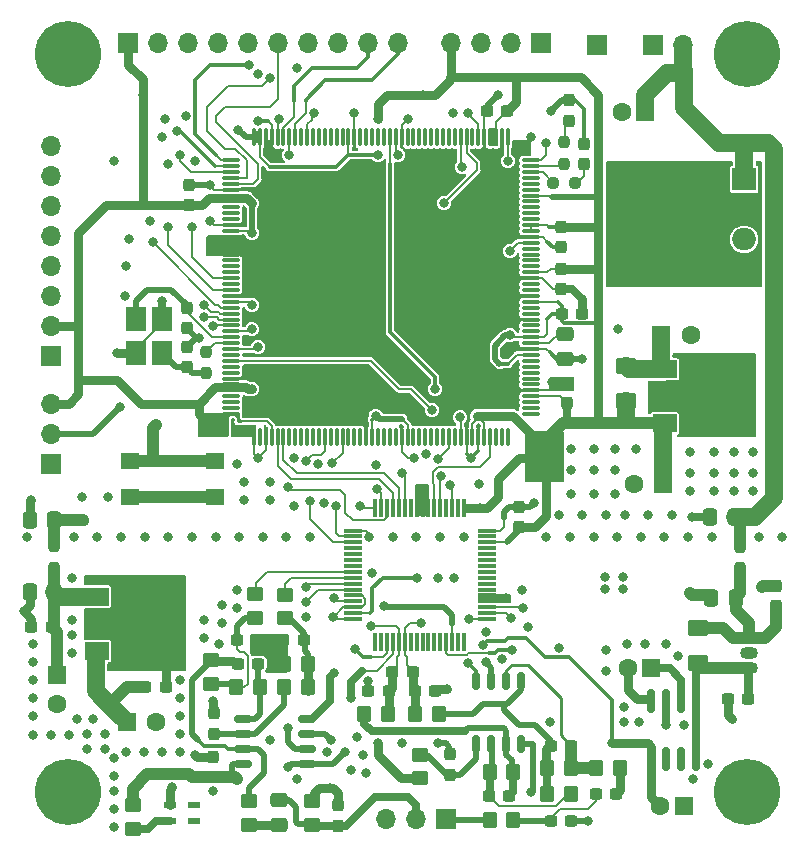
<source format=gtl>
G04 #@! TF.GenerationSoftware,KiCad,Pcbnew,7.0.2*
G04 #@! TF.CreationDate,2023-11-03T22:13:05+01:00*
G04 #@! TF.ProjectId,stm_audio_board_V2,73746d5f-6175-4646-996f-5f626f617264,rev?*
G04 #@! TF.SameCoordinates,Original*
G04 #@! TF.FileFunction,Copper,L1,Top*
G04 #@! TF.FilePolarity,Positive*
%FSLAX46Y46*%
G04 Gerber Fmt 4.6, Leading zero omitted, Abs format (unit mm)*
G04 Created by KiCad (PCBNEW 7.0.2) date 2023-11-03 22:13:05*
%MOMM*%
%LPD*%
G01*
G04 APERTURE LIST*
G04 Aperture macros list*
%AMRoundRect*
0 Rectangle with rounded corners*
0 $1 Rounding radius*
0 $2 $3 $4 $5 $6 $7 $8 $9 X,Y pos of 4 corners*
0 Add a 4 corners polygon primitive as box body*
4,1,4,$2,$3,$4,$5,$6,$7,$8,$9,$2,$3,0*
0 Add four circle primitives for the rounded corners*
1,1,$1+$1,$2,$3*
1,1,$1+$1,$4,$5*
1,1,$1+$1,$6,$7*
1,1,$1+$1,$8,$9*
0 Add four rect primitives between the rounded corners*
20,1,$1+$1,$2,$3,$4,$5,0*
20,1,$1+$1,$4,$5,$6,$7,0*
20,1,$1+$1,$6,$7,$8,$9,0*
20,1,$1+$1,$8,$9,$2,$3,0*%
G04 Aperture macros list end*
G04 #@! TA.AperFunction,SMDPad,CuDef*
%ADD10RoundRect,0.237500X-0.237500X0.250000X-0.237500X-0.250000X0.237500X-0.250000X0.237500X0.250000X0*%
G04 #@! TD*
G04 #@! TA.AperFunction,SMDPad,CuDef*
%ADD11RoundRect,0.237500X0.250000X0.237500X-0.250000X0.237500X-0.250000X-0.237500X0.250000X-0.237500X0*%
G04 #@! TD*
G04 #@! TA.AperFunction,SMDPad,CuDef*
%ADD12RoundRect,0.237500X-0.237500X0.287500X-0.237500X-0.287500X0.237500X-0.287500X0.237500X0.287500X0*%
G04 #@! TD*
G04 #@! TA.AperFunction,SMDPad,CuDef*
%ADD13R,1.725000X2.100000*%
G04 #@! TD*
G04 #@! TA.AperFunction,SMDPad,CuDef*
%ADD14RoundRect,0.237500X0.300000X0.237500X-0.300000X0.237500X-0.300000X-0.237500X0.300000X-0.237500X0*%
G04 #@! TD*
G04 #@! TA.AperFunction,SMDPad,CuDef*
%ADD15RoundRect,0.250000X-0.350000X-0.450000X0.350000X-0.450000X0.350000X0.450000X-0.350000X0.450000X0*%
G04 #@! TD*
G04 #@! TA.AperFunction,SMDPad,CuDef*
%ADD16RoundRect,0.237500X0.237500X-0.300000X0.237500X0.300000X-0.237500X0.300000X-0.237500X-0.300000X0*%
G04 #@! TD*
G04 #@! TA.AperFunction,SMDPad,CuDef*
%ADD17RoundRect,0.237500X-0.237500X0.300000X-0.237500X-0.300000X0.237500X-0.300000X0.237500X0.300000X0*%
G04 #@! TD*
G04 #@! TA.AperFunction,ComponentPad*
%ADD18C,5.600000*%
G04 #@! TD*
G04 #@! TA.AperFunction,ComponentPad*
%ADD19R,2.000000X1.905000*%
G04 #@! TD*
G04 #@! TA.AperFunction,ComponentPad*
%ADD20O,2.000000X1.905000*%
G04 #@! TD*
G04 #@! TA.AperFunction,SMDPad,CuDef*
%ADD21RoundRect,0.250000X0.337500X0.475000X-0.337500X0.475000X-0.337500X-0.475000X0.337500X-0.475000X0*%
G04 #@! TD*
G04 #@! TA.AperFunction,ComponentPad*
%ADD22R,1.500000X1.050000*%
G04 #@! TD*
G04 #@! TA.AperFunction,ComponentPad*
%ADD23O,1.500000X1.050000*%
G04 #@! TD*
G04 #@! TA.AperFunction,SMDPad,CuDef*
%ADD24RoundRect,0.150000X0.625000X0.150000X-0.625000X0.150000X-0.625000X-0.150000X0.625000X-0.150000X0*%
G04 #@! TD*
G04 #@! TA.AperFunction,SMDPad,CuDef*
%ADD25RoundRect,0.150000X-0.150000X0.625000X-0.150000X-0.625000X0.150000X-0.625000X0.150000X0.625000X0*%
G04 #@! TD*
G04 #@! TA.AperFunction,SMDPad,CuDef*
%ADD26RoundRect,0.250001X-0.624999X0.462499X-0.624999X-0.462499X0.624999X-0.462499X0.624999X0.462499X0*%
G04 #@! TD*
G04 #@! TA.AperFunction,SMDPad,CuDef*
%ADD27RoundRect,0.237500X-0.300000X-0.237500X0.300000X-0.237500X0.300000X0.237500X-0.300000X0.237500X0*%
G04 #@! TD*
G04 #@! TA.AperFunction,ComponentPad*
%ADD28R,1.700000X1.700000*%
G04 #@! TD*
G04 #@! TA.AperFunction,SMDPad,CuDef*
%ADD29RoundRect,0.075000X-0.675000X-0.075000X0.675000X-0.075000X0.675000X0.075000X-0.675000X0.075000X0*%
G04 #@! TD*
G04 #@! TA.AperFunction,SMDPad,CuDef*
%ADD30RoundRect,0.075000X-0.075000X-0.675000X0.075000X-0.675000X0.075000X0.675000X-0.075000X0.675000X0*%
G04 #@! TD*
G04 #@! TA.AperFunction,ComponentPad*
%ADD31O,1.700000X1.700000*%
G04 #@! TD*
G04 #@! TA.AperFunction,SMDPad,CuDef*
%ADD32R,1.600000X1.400000*%
G04 #@! TD*
G04 #@! TA.AperFunction,SMDPad,CuDef*
%ADD33RoundRect,0.250000X0.450000X-0.350000X0.450000X0.350000X-0.450000X0.350000X-0.450000X-0.350000X0*%
G04 #@! TD*
G04 #@! TA.AperFunction,SMDPad,CuDef*
%ADD34RoundRect,0.250000X-0.450000X0.350000X-0.450000X-0.350000X0.450000X-0.350000X0.450000X0.350000X0*%
G04 #@! TD*
G04 #@! TA.AperFunction,SMDPad,CuDef*
%ADD35RoundRect,0.250000X0.350000X0.450000X-0.350000X0.450000X-0.350000X-0.450000X0.350000X-0.450000X0*%
G04 #@! TD*
G04 #@! TA.AperFunction,SMDPad,CuDef*
%ADD36R,1.000000X0.600000*%
G04 #@! TD*
G04 #@! TA.AperFunction,SMDPad,CuDef*
%ADD37RoundRect,0.150000X-0.150000X0.825000X-0.150000X-0.825000X0.150000X-0.825000X0.150000X0.825000X0*%
G04 #@! TD*
G04 #@! TA.AperFunction,SMDPad,CuDef*
%ADD38RoundRect,0.075000X0.700000X0.075000X-0.700000X0.075000X-0.700000X-0.075000X0.700000X-0.075000X0*%
G04 #@! TD*
G04 #@! TA.AperFunction,SMDPad,CuDef*
%ADD39RoundRect,0.075000X0.075000X0.700000X-0.075000X0.700000X-0.075000X-0.700000X0.075000X-0.700000X0*%
G04 #@! TD*
G04 #@! TA.AperFunction,SMDPad,CuDef*
%ADD40RoundRect,0.250000X0.475000X-0.337500X0.475000X0.337500X-0.475000X0.337500X-0.475000X-0.337500X0*%
G04 #@! TD*
G04 #@! TA.AperFunction,SMDPad,CuDef*
%ADD41R,2.000000X1.500000*%
G04 #@! TD*
G04 #@! TA.AperFunction,SMDPad,CuDef*
%ADD42R,2.000000X3.800000*%
G04 #@! TD*
G04 #@! TA.AperFunction,SMDPad,CuDef*
%ADD43RoundRect,0.250000X-0.475000X0.337500X-0.475000X-0.337500X0.475000X-0.337500X0.475000X0.337500X0*%
G04 #@! TD*
G04 #@! TA.AperFunction,ComponentPad*
%ADD44R,1.600000X1.600000*%
G04 #@! TD*
G04 #@! TA.AperFunction,ComponentPad*
%ADD45C,1.600000*%
G04 #@! TD*
G04 #@! TA.AperFunction,ViaPad*
%ADD46C,0.800000*%
G04 #@! TD*
G04 #@! TA.AperFunction,Conductor*
%ADD47C,0.200000*%
G04 #@! TD*
G04 #@! TA.AperFunction,Conductor*
%ADD48C,0.304800*%
G04 #@! TD*
G04 #@! TA.AperFunction,Conductor*
%ADD49C,0.508000*%
G04 #@! TD*
G04 #@! TA.AperFunction,Conductor*
%ADD50C,0.762000*%
G04 #@! TD*
G04 #@! TA.AperFunction,Conductor*
%ADD51C,0.635000*%
G04 #@! TD*
G04 #@! TA.AperFunction,Conductor*
%ADD52C,1.016000*%
G04 #@! TD*
G04 #@! TA.AperFunction,Conductor*
%ADD53C,1.524000*%
G04 #@! TD*
G04 #@! TA.AperFunction,Conductor*
%ADD54C,0.250000*%
G04 #@! TD*
G04 APERTURE END LIST*
D10*
X229635000Y-57352500D03*
X229635000Y-59177500D03*
D11*
X230547500Y-60745000D03*
X228722500Y-60745000D03*
D12*
X230015000Y-53745000D03*
X230015000Y-55495000D03*
X231305000Y-57445000D03*
X231305000Y-59195000D03*
D10*
X199345000Y-76887500D03*
X199345000Y-75062500D03*
D13*
X193405000Y-72284000D03*
X193405000Y-75184000D03*
X195580000Y-75184000D03*
X195580000Y-72284000D03*
D14*
X203714346Y-101487000D03*
X201989346Y-101487000D03*
X224819500Y-54687000D03*
X223094500Y-54687000D03*
D15*
X205931000Y-103457000D03*
X207931000Y-103457000D03*
D16*
X219953000Y-110885500D03*
X219953000Y-109160500D03*
D17*
X199959568Y-105676500D03*
X199959568Y-107401500D03*
D18*
X245099000Y-112333000D03*
D16*
X197859000Y-62687500D03*
X197859000Y-60962500D03*
D17*
X210495000Y-113462500D03*
X210495000Y-115187500D03*
D19*
X244877000Y-60471000D03*
D20*
X244877000Y-63011000D03*
X244877000Y-65551000D03*
D14*
X230247500Y-108421000D03*
X228522500Y-108421000D03*
D21*
X244058500Y-89057000D03*
X241983500Y-89057000D03*
D14*
X207593500Y-99455000D03*
X205868500Y-99455000D03*
D15*
X232353000Y-110313000D03*
X234353000Y-110313000D03*
D22*
X245325000Y-99275000D03*
D23*
X245325000Y-100545000D03*
X245325000Y-101815000D03*
D16*
X225843000Y-89913500D03*
X225843000Y-88188500D03*
D24*
X207822000Y-109986000D03*
X207822000Y-108716000D03*
X207822000Y-107446000D03*
X207822000Y-106176000D03*
X202472000Y-106176000D03*
X202472000Y-107446000D03*
X202472000Y-108716000D03*
X202472000Y-109986000D03*
D17*
X229355000Y-68074500D03*
X229355000Y-69799500D03*
D25*
X226018000Y-102934000D03*
X224748000Y-102934000D03*
X223478000Y-102934000D03*
X222208000Y-102934000D03*
X222208000Y-108284000D03*
X223478000Y-108284000D03*
X224748000Y-108284000D03*
X226018000Y-108284000D03*
D26*
X234875000Y-76256500D03*
X234875000Y-79231500D03*
D14*
X186259500Y-98365000D03*
X184534500Y-98365000D03*
D27*
X194186500Y-103475000D03*
X195911500Y-103475000D03*
D14*
X203648654Y-99455000D03*
X201923654Y-99455000D03*
D28*
X232457000Y-49069000D03*
D16*
X247555000Y-96629976D03*
X247555000Y-94904976D03*
D29*
X201447000Y-58846000D03*
X201447000Y-59346000D03*
X201447000Y-59846000D03*
X201447000Y-60346000D03*
X201447000Y-60846000D03*
X201447000Y-61346000D03*
X201447000Y-61846000D03*
X201447000Y-62346000D03*
X201447000Y-62846000D03*
X201447000Y-63346000D03*
X201447000Y-63846000D03*
X201447000Y-64346000D03*
X201447000Y-64846000D03*
X201447000Y-65346000D03*
X201447000Y-65846000D03*
X201447000Y-66346000D03*
X201447000Y-66846000D03*
X201447000Y-67346000D03*
X201447000Y-67846000D03*
X201447000Y-68346000D03*
X201447000Y-68846000D03*
X201447000Y-69346000D03*
X201447000Y-69846000D03*
X201447000Y-70346000D03*
X201447000Y-70846000D03*
X201447000Y-71346000D03*
X201447000Y-71846000D03*
X201447000Y-72346000D03*
X201447000Y-72846000D03*
X201447000Y-73346000D03*
X201447000Y-73846000D03*
X201447000Y-74346000D03*
X201447000Y-74846000D03*
X201447000Y-75346000D03*
X201447000Y-75846000D03*
X201447000Y-76346000D03*
X201447000Y-76846000D03*
X201447000Y-77346000D03*
X201447000Y-77846000D03*
X201447000Y-78346000D03*
X201447000Y-78846000D03*
X201447000Y-79346000D03*
X201447000Y-79846000D03*
X201447000Y-80346000D03*
D30*
X203372000Y-82271000D03*
X203872000Y-82271000D03*
X204372000Y-82271000D03*
X204872000Y-82271000D03*
X205372000Y-82271000D03*
X205872000Y-82271000D03*
X206372000Y-82271000D03*
X206872000Y-82271000D03*
X207372000Y-82271000D03*
X207872000Y-82271000D03*
X208372000Y-82271000D03*
X208872000Y-82271000D03*
X209372000Y-82271000D03*
X209872000Y-82271000D03*
X210372000Y-82271000D03*
X210872000Y-82271000D03*
X211372000Y-82271000D03*
X211872000Y-82271000D03*
X212372000Y-82271000D03*
X212872000Y-82271000D03*
X213372000Y-82271000D03*
X213872000Y-82271000D03*
X214372000Y-82271000D03*
X214872000Y-82271000D03*
X215372000Y-82271000D03*
X215872000Y-82271000D03*
X216372000Y-82271000D03*
X216872000Y-82271000D03*
X217372000Y-82271000D03*
X217872000Y-82271000D03*
X218372000Y-82271000D03*
X218872000Y-82271000D03*
X219372000Y-82271000D03*
X219872000Y-82271000D03*
X220372000Y-82271000D03*
X220872000Y-82271000D03*
X221372000Y-82271000D03*
X221872000Y-82271000D03*
X222372000Y-82271000D03*
X222872000Y-82271000D03*
X223372000Y-82271000D03*
X223872000Y-82271000D03*
X224372000Y-82271000D03*
X224872000Y-82271000D03*
D29*
X226797000Y-80346000D03*
X226797000Y-79846000D03*
X226797000Y-79346000D03*
X226797000Y-78846000D03*
X226797000Y-78346000D03*
X226797000Y-77846000D03*
X226797000Y-77346000D03*
X226797000Y-76846000D03*
X226797000Y-76346000D03*
X226797000Y-75846000D03*
X226797000Y-75346000D03*
X226797000Y-74846000D03*
X226797000Y-74346000D03*
X226797000Y-73846000D03*
X226797000Y-73346000D03*
X226797000Y-72846000D03*
X226797000Y-72346000D03*
X226797000Y-71846000D03*
X226797000Y-71346000D03*
X226797000Y-70846000D03*
X226797000Y-70346000D03*
X226797000Y-69846000D03*
X226797000Y-69346000D03*
X226797000Y-68846000D03*
X226797000Y-68346000D03*
X226797000Y-67846000D03*
X226797000Y-67346000D03*
X226797000Y-66846000D03*
X226797000Y-66346000D03*
X226797000Y-65846000D03*
X226797000Y-65346000D03*
X226797000Y-64846000D03*
X226797000Y-64346000D03*
X226797000Y-63846000D03*
X226797000Y-63346000D03*
X226797000Y-62846000D03*
X226797000Y-62346000D03*
X226797000Y-61846000D03*
X226797000Y-61346000D03*
X226797000Y-60846000D03*
X226797000Y-60346000D03*
X226797000Y-59846000D03*
X226797000Y-59346000D03*
X226797000Y-58846000D03*
D30*
X224872000Y-56921000D03*
X224372000Y-56921000D03*
X223872000Y-56921000D03*
X223372000Y-56921000D03*
X222872000Y-56921000D03*
X222372000Y-56921000D03*
X221872000Y-56921000D03*
X221372000Y-56921000D03*
X220872000Y-56921000D03*
X220372000Y-56921000D03*
X219872000Y-56921000D03*
X219372000Y-56921000D03*
X218872000Y-56921000D03*
X218372000Y-56921000D03*
X217872000Y-56921000D03*
X217372000Y-56921000D03*
X216872000Y-56921000D03*
X216372000Y-56921000D03*
X215872000Y-56921000D03*
X215372000Y-56921000D03*
X214872000Y-56921000D03*
X214372000Y-56921000D03*
X213872000Y-56921000D03*
X213372000Y-56921000D03*
X212872000Y-56921000D03*
X212372000Y-56921000D03*
X211872000Y-56921000D03*
X211372000Y-56921000D03*
X210872000Y-56921000D03*
X210372000Y-56921000D03*
X209872000Y-56921000D03*
X209372000Y-56921000D03*
X208872000Y-56921000D03*
X208372000Y-56921000D03*
X207872000Y-56921000D03*
X207372000Y-56921000D03*
X206872000Y-56921000D03*
X206372000Y-56921000D03*
X205872000Y-56921000D03*
X205372000Y-56921000D03*
X204872000Y-56921000D03*
X204372000Y-56921000D03*
X203872000Y-56921000D03*
X203372000Y-56921000D03*
D28*
X192739000Y-48975000D03*
D31*
X195279000Y-48975000D03*
X197819000Y-48975000D03*
X200359000Y-48975000D03*
X202899000Y-48975000D03*
X205439000Y-48975000D03*
X207979000Y-48975000D03*
X210519000Y-48975000D03*
X213059000Y-48975000D03*
X215599000Y-48975000D03*
D16*
X197677000Y-73093500D03*
X197677000Y-71368500D03*
D26*
X240937000Y-98493500D03*
X240937000Y-101468500D03*
D17*
X197677000Y-74677834D03*
X197677000Y-76402834D03*
D32*
X192845000Y-84337000D03*
X200045000Y-84337000D03*
X192845000Y-87337000D03*
X200045000Y-87337000D03*
D16*
X229863000Y-79451500D03*
X229863000Y-77726500D03*
X199913000Y-111091500D03*
X199913000Y-109366500D03*
D33*
X202911284Y-115125000D03*
X202911284Y-113125000D03*
D18*
X187599000Y-49887000D03*
D15*
X217007000Y-105741000D03*
X219007000Y-105741000D03*
D34*
X206031000Y-95641580D03*
X206031000Y-97641580D03*
D15*
X205931000Y-101521000D03*
X207931000Y-101521000D03*
X228185000Y-110351000D03*
X230185000Y-110351000D03*
D27*
X229412500Y-71845000D03*
X231137500Y-71845000D03*
D33*
X208254142Y-115125000D03*
X208254142Y-113125000D03*
D14*
X230247500Y-114819000D03*
X228522500Y-114819000D03*
D10*
X186442000Y-91550500D03*
X186442000Y-93375500D03*
D14*
X234015500Y-112533000D03*
X232290500Y-112533000D03*
D18*
X245099000Y-49833000D03*
D35*
X225315000Y-110663000D03*
X223315000Y-110663000D03*
D36*
X196258000Y-113487000D03*
X196258000Y-114787000D03*
X198258000Y-114787000D03*
X198258000Y-113487000D03*
D33*
X199739568Y-103213846D03*
X199739568Y-101213846D03*
D14*
X218697500Y-103759000D03*
X216972500Y-103759000D03*
D34*
X217391000Y-109175000D03*
X217391000Y-111175000D03*
D17*
X229355000Y-64518500D03*
X229355000Y-66243500D03*
D27*
X223252500Y-112709000D03*
X224977500Y-112709000D03*
D18*
X187599000Y-112333000D03*
D21*
X186463500Y-89325000D03*
X184388500Y-89325000D03*
D28*
X186229000Y-84563000D03*
D31*
X186229000Y-82023000D03*
X186229000Y-79483000D03*
D37*
X240834000Y-104616000D03*
X239564000Y-104616000D03*
X238294000Y-104616000D03*
X237024000Y-104616000D03*
X237024000Y-109566000D03*
X238294000Y-109566000D03*
X239564000Y-109566000D03*
X240834000Y-109566000D03*
D28*
X186229000Y-75455000D03*
D31*
X186229000Y-72915000D03*
X186229000Y-70375000D03*
X186229000Y-67835000D03*
X186229000Y-65295000D03*
X186229000Y-62755000D03*
X186229000Y-60215000D03*
X186229000Y-57675000D03*
D38*
X223073000Y-97710000D03*
X223073000Y-97210000D03*
X223073000Y-96710000D03*
X223073000Y-96210000D03*
X223073000Y-95710000D03*
X223073000Y-95210000D03*
X223073000Y-94710000D03*
X223073000Y-94210000D03*
X223073000Y-93710000D03*
X223073000Y-93210000D03*
X223073000Y-92710000D03*
X223073000Y-92210000D03*
X223073000Y-91710000D03*
X223073000Y-91210000D03*
X223073000Y-90710000D03*
X223073000Y-90210000D03*
D39*
X221148000Y-88285000D03*
X220648000Y-88285000D03*
X220148000Y-88285000D03*
X219648000Y-88285000D03*
X219148000Y-88285000D03*
X218648000Y-88285000D03*
X218148000Y-88285000D03*
X217648000Y-88285000D03*
X217148000Y-88285000D03*
X216648000Y-88285000D03*
X216148000Y-88285000D03*
X215648000Y-88285000D03*
X215148000Y-88285000D03*
X214648000Y-88285000D03*
X214148000Y-88285000D03*
X213648000Y-88285000D03*
D38*
X211723000Y-90210000D03*
X211723000Y-90710000D03*
X211723000Y-91210000D03*
X211723000Y-91710000D03*
X211723000Y-92210000D03*
X211723000Y-92710000D03*
X211723000Y-93210000D03*
X211723000Y-93710000D03*
X211723000Y-94210000D03*
X211723000Y-94710000D03*
X211723000Y-95210000D03*
X211723000Y-95710000D03*
X211723000Y-96210000D03*
X211723000Y-96710000D03*
X211723000Y-97210000D03*
X211723000Y-97710000D03*
D39*
X213648000Y-99635000D03*
X214148000Y-99635000D03*
X214648000Y-99635000D03*
X215148000Y-99635000D03*
X215648000Y-99635000D03*
X216148000Y-99635000D03*
X216648000Y-99635000D03*
X217148000Y-99635000D03*
X217648000Y-99635000D03*
X218148000Y-99635000D03*
X218648000Y-99635000D03*
X219148000Y-99635000D03*
X219648000Y-99635000D03*
X220148000Y-99635000D03*
X220648000Y-99635000D03*
X221148000Y-99635000D03*
D34*
X193109000Y-113441000D03*
X193109000Y-115441000D03*
D40*
X205472426Y-115132500D03*
X205472426Y-113057500D03*
D34*
X203486154Y-95599000D03*
X203486154Y-97599000D03*
D21*
X186463500Y-95451000D03*
X184388500Y-95451000D03*
D27*
X216817500Y-102151000D03*
X215092500Y-102151000D03*
D35*
X214723000Y-105741000D03*
X212723000Y-105741000D03*
D14*
X214785500Y-103759000D03*
X213060500Y-103759000D03*
X245207500Y-104463000D03*
X243482500Y-104463000D03*
D21*
X244172500Y-95885000D03*
X242097500Y-95885000D03*
D35*
X230185000Y-112539000D03*
X228185000Y-112539000D03*
D10*
X244545000Y-91580500D03*
X244545000Y-93405500D03*
D41*
X238144000Y-76546000D03*
X238144000Y-78846000D03*
D42*
X244444000Y-78846000D03*
D41*
X238144000Y-81146000D03*
X190075000Y-95813000D03*
X190075000Y-98113000D03*
D42*
X196375000Y-98113000D03*
D41*
X190075000Y-100413000D03*
D35*
X203842136Y-103457000D03*
X201842136Y-103457000D03*
D28*
X237187000Y-49127000D03*
D31*
X239727000Y-49127000D03*
D43*
X229684000Y-73592500D03*
X229684000Y-75667500D03*
D28*
X227633000Y-48975000D03*
D31*
X225093000Y-48975000D03*
X222553000Y-48975000D03*
X220013000Y-48975000D03*
D28*
X219613000Y-114601000D03*
D31*
X217073000Y-114601000D03*
X214533000Y-114601000D03*
D15*
X223315000Y-114713000D03*
X225315000Y-114713000D03*
D44*
X236498241Y-54733000D03*
D45*
X234498241Y-54733000D03*
D44*
X192583000Y-106401759D03*
D45*
X195083000Y-106401759D03*
D44*
X186714241Y-102437000D03*
D45*
X186714241Y-104937000D03*
D44*
X237843000Y-73635759D03*
D45*
X240343000Y-73635759D03*
D44*
X237006241Y-101881000D03*
D45*
X235006241Y-101881000D03*
D44*
X239773000Y-113562241D03*
D45*
X237773000Y-113562241D03*
D44*
X238022241Y-86229000D03*
D45*
X235522241Y-86229000D03*
D46*
X188400000Y-106200000D03*
X187700000Y-107500000D03*
X184676000Y-107500000D03*
X186200000Y-107500000D03*
X211900000Y-100200000D03*
X213300000Y-98300000D03*
X217500000Y-98000000D03*
X214400000Y-96600000D03*
X213400000Y-93800000D03*
X228400000Y-106400000D03*
X226800000Y-112360000D03*
X222769009Y-99884500D03*
X197612000Y-55118000D03*
X210100000Y-97500000D03*
X216120000Y-70740000D03*
X225044000Y-72346000D03*
X213120000Y-60740000D03*
X207120000Y-60740000D03*
X242316000Y-80264000D03*
X248120000Y-90740000D03*
X207314800Y-68580000D03*
X200660000Y-96520000D03*
X245618000Y-85344000D03*
X217120000Y-90740000D03*
X240284000Y-77724000D03*
X209296000Y-87884000D03*
X208026000Y-76708000D03*
X204724000Y-66802000D03*
X196120000Y-90740000D03*
X199898000Y-112268000D03*
X211120000Y-74740000D03*
X201930000Y-84582000D03*
X240284000Y-85344000D03*
X237744000Y-68072000D03*
X192532000Y-108966000D03*
X187960000Y-99060000D03*
X196088000Y-59182000D03*
X244030000Y-83566000D03*
X213120000Y-66740000D03*
X194056000Y-94996000D03*
X232120000Y-90740000D03*
X233934000Y-85090000D03*
X226822000Y-56896000D03*
X207120000Y-66740000D03*
X238760000Y-88900000D03*
X234696000Y-106426000D03*
X207120000Y-64740000D03*
X192481200Y-70358000D03*
X231172000Y-88900000D03*
X211120000Y-68740000D03*
X235204000Y-69088000D03*
X200120000Y-90740000D03*
X240120000Y-90740000D03*
X233121200Y-94183200D03*
X221996000Y-62992000D03*
X240284000Y-86868000D03*
X204724000Y-87630000D03*
X221520000Y-70612000D03*
X197104000Y-108966000D03*
X189230000Y-107442000D03*
X192532000Y-98044000D03*
X190754000Y-107442000D03*
X237744000Y-61976000D03*
X233172000Y-100330000D03*
X242316000Y-76200000D03*
X213120000Y-90740000D03*
X223266000Y-62992000D03*
X211836000Y-54864000D03*
X234645200Y-94183200D03*
X204724000Y-60706000D03*
X240284000Y-81788000D03*
X230120000Y-90740000D03*
X216120000Y-60740000D03*
X207804000Y-80010000D03*
X222453200Y-86309200D03*
X232188000Y-83312000D03*
X195580000Y-108966000D03*
X198374000Y-109220000D03*
X241808000Y-109982000D03*
X209120000Y-64740000D03*
X191516000Y-113792000D03*
X236220000Y-65024000D03*
X221520000Y-72390000D03*
X213120000Y-74740000D03*
X199644000Y-64008000D03*
X242824000Y-61976000D03*
X219120000Y-90740000D03*
X231140000Y-75692000D03*
X223044000Y-79248000D03*
X192532000Y-94996000D03*
X244030000Y-85344000D03*
X245618000Y-86868000D03*
X238252000Y-99822000D03*
X243840000Y-106172000D03*
X244348000Y-76200000D03*
X236220000Y-63500000D03*
X213120000Y-64740000D03*
X209120000Y-66740000D03*
X234188000Y-64008000D03*
X218120000Y-60740000D03*
X242824000Y-59944000D03*
X217424000Y-77470000D03*
X220218000Y-54864000D03*
X202120000Y-90740000D03*
X195580000Y-70803500D03*
X218120000Y-70740000D03*
X184658000Y-102870000D03*
X231648000Y-114808000D03*
X231137500Y-70612000D03*
X208687000Y-74575000D03*
X202539600Y-87630000D03*
X216916000Y-84074000D03*
X242316000Y-81788000D03*
X194056000Y-98044000D03*
X236220000Y-68072000D03*
X194564000Y-64008000D03*
X218120000Y-62740000D03*
X197104000Y-102870000D03*
X233172000Y-102108000D03*
X216408000Y-55372000D03*
X207010000Y-111252000D03*
X228500000Y-54700000D03*
X239268000Y-63500000D03*
X195580000Y-87376000D03*
X206502000Y-76708000D03*
X187960000Y-94234000D03*
X218948000Y-94234000D03*
X246120000Y-90740000D03*
X221600000Y-97700000D03*
X242284000Y-86868000D03*
X216120000Y-68740000D03*
X234188000Y-60452000D03*
X203200000Y-77216000D03*
X217202000Y-58928000D03*
X191516000Y-110998000D03*
X211918500Y-80518000D03*
X233934000Y-83312000D03*
X232188000Y-87122000D03*
X238252000Y-106680000D03*
X187960000Y-100584000D03*
X219710000Y-77216000D03*
X203708000Y-51562000D03*
X208788000Y-84582000D03*
X213664800Y-84644500D03*
X212598000Y-109220000D03*
X230188000Y-83312000D03*
X211120000Y-66740000D03*
X224790000Y-75184000D03*
X221742000Y-84074000D03*
X211120000Y-64740000D03*
X244348000Y-69088000D03*
X209804000Y-80010000D03*
X211120000Y-60740000D03*
X244348000Y-81788000D03*
X228120000Y-90740000D03*
X221488000Y-74422000D03*
X206756000Y-84074000D03*
X190754000Y-108712000D03*
X209804000Y-112014000D03*
X208120000Y-90740000D03*
X219202000Y-58928000D03*
X192532000Y-99568000D03*
X184120000Y-90740000D03*
X228600000Y-77597000D03*
X237744000Y-66548000D03*
X236474000Y-99822000D03*
X232188000Y-85090000D03*
X198120000Y-90740000D03*
X199898000Y-104648000D03*
X187960000Y-97790000D03*
X234188000Y-73152000D03*
X226600000Y-98400000D03*
X209120000Y-60740000D03*
X201930000Y-96774000D03*
X236728000Y-69088000D03*
X234120000Y-90740000D03*
X230188000Y-87122000D03*
X236220000Y-66548000D03*
X224332800Y-101092000D03*
X203994000Y-80010000D03*
X211120000Y-70740000D03*
X200660000Y-98044000D03*
X233934000Y-87122000D03*
X204724000Y-86106000D03*
X209120000Y-72740000D03*
X194120000Y-90740000D03*
X211582000Y-110490000D03*
X199136000Y-99314000D03*
X242120000Y-90740000D03*
X233680000Y-69088000D03*
X221996000Y-64262000D03*
X225044000Y-70612000D03*
X240538000Y-111252000D03*
X213060500Y-102915500D03*
X219700000Y-103600000D03*
X206120000Y-90740000D03*
X199745600Y-65633600D03*
X242316000Y-77724000D03*
X219710000Y-75438000D03*
X216120000Y-62740000D03*
X217678000Y-80772000D03*
X215120000Y-90740000D03*
X223520000Y-72390000D03*
X237744000Y-63500000D03*
X234950000Y-99822000D03*
X236220000Y-60452000D03*
X226060000Y-95250000D03*
X189738000Y-106172000D03*
X191516000Y-109474000D03*
X184531000Y-87630000D03*
X219456000Y-80772000D03*
X209550000Y-108966000D03*
X219456000Y-79248000D03*
X229172000Y-88900000D03*
X242284000Y-85344000D03*
X198700000Y-73900000D03*
X188823600Y-87376000D03*
X184658000Y-101346000D03*
X202539600Y-86106000D03*
X240284000Y-83566000D03*
X234645200Y-95199200D03*
X195834000Y-55372000D03*
X225044000Y-64262000D03*
X236120000Y-90740000D03*
X238120000Y-90740000D03*
X209120000Y-70740000D03*
X225044000Y-77724000D03*
X191770000Y-75184000D03*
X220345000Y-94234000D03*
X217576400Y-86715600D03*
X245618000Y-83566000D03*
X196437523Y-111960705D03*
X215900000Y-108204000D03*
X222961200Y-77622400D03*
X225044000Y-79248000D03*
X237744000Y-65024000D03*
X204724000Y-100457000D03*
X199745600Y-66548000D03*
X206756000Y-88138000D03*
X194056000Y-96520000D03*
X205994000Y-80010000D03*
X234760000Y-88900000D03*
X214884000Y-74930000D03*
X242824000Y-67564000D03*
X246380000Y-94996000D03*
X236760000Y-88900000D03*
X240284000Y-95504000D03*
X217900000Y-83700000D03*
X218120000Y-64740000D03*
X218120000Y-68740000D03*
X209120000Y-68740000D03*
X245872000Y-69088000D03*
X184658000Y-105918000D03*
X219202000Y-61468000D03*
X218948000Y-108204000D03*
X235966000Y-106426000D03*
X198374000Y-58928000D03*
X223520000Y-70612000D03*
X236220000Y-61976000D03*
X211120000Y-72740000D03*
X191516000Y-112268000D03*
X196088000Y-94996000D03*
X223012000Y-98806000D03*
X209120000Y-62740000D03*
X203708000Y-55563576D03*
X216120000Y-72740000D03*
X245872000Y-67564000D03*
X239754879Y-106658879D03*
X234188000Y-61976000D03*
X221120000Y-90740000D03*
X199644000Y-60960000D03*
X191008000Y-87376000D03*
X207772000Y-97536000D03*
X199136000Y-97790000D03*
X244348000Y-67564000D03*
X197104000Y-107442000D03*
X240284000Y-76200000D03*
X213120000Y-68740000D03*
X230188000Y-85090000D03*
X213120000Y-70740000D03*
X224028000Y-53340000D03*
X204120000Y-90740000D03*
X212090000Y-107696000D03*
X224698128Y-95918628D03*
X213120000Y-72740000D03*
X219964000Y-60452000D03*
X200406000Y-99822000D03*
X192786000Y-65532000D03*
X195580000Y-56896000D03*
X188120000Y-90740000D03*
X216120000Y-64740000D03*
X212852000Y-110744000D03*
X211120000Y-62740000D03*
X227076000Y-87884000D03*
X192532000Y-96520000D03*
X234696000Y-105156000D03*
X242284000Y-83566000D03*
X216120000Y-66740000D03*
X192120000Y-90740000D03*
X242824000Y-69088000D03*
X196596000Y-101092000D03*
X240284000Y-80264000D03*
X233121200Y-95199200D03*
X197104000Y-105918000D03*
X197104000Y-104394000D03*
X189230000Y-108712000D03*
X194056000Y-108966000D03*
X235712000Y-83312000D03*
X184658000Y-104394000D03*
X233172000Y-88900000D03*
X218120000Y-66740000D03*
X207010000Y-51054000D03*
X204724000Y-61976000D03*
X204724000Y-107950000D03*
X197358000Y-87376000D03*
X244030000Y-86868000D03*
X191516000Y-115316000D03*
X203708000Y-84074000D03*
X213120000Y-62740000D03*
X201930000Y-95250000D03*
X204724000Y-68580000D03*
X190120000Y-90740000D03*
X225044000Y-65532000D03*
X229209250Y-100177250D03*
X225044000Y-68580000D03*
X238252000Y-69088000D03*
X240437000Y-89057000D03*
X242316000Y-78846000D03*
X184658000Y-99822000D03*
X207120000Y-62740000D03*
X183896000Y-97028000D03*
X191516000Y-58928000D03*
X192532000Y-67818000D03*
X242824000Y-63500000D03*
X240284000Y-78846000D03*
X224840800Y-60756800D03*
X239268000Y-100838000D03*
X208471500Y-54852158D03*
X196850000Y-56388000D03*
X206360613Y-58420000D03*
X197104000Y-58420000D03*
X202946000Y-50800000D03*
X188976000Y-89408000D03*
X187960000Y-95813000D03*
X204739500Y-51878500D03*
X222474344Y-88285000D03*
X203200000Y-65024000D03*
X203200000Y-71120000D03*
X213868000Y-55372000D03*
X193954400Y-53340000D03*
X215571500Y-58420000D03*
X202058288Y-56259712D03*
X225044000Y-73660000D03*
X199644000Y-81280000D03*
X217678000Y-53340000D03*
X212344000Y-88138000D03*
X213676500Y-80518000D03*
X203200000Y-78232000D03*
X213868000Y-58420000D03*
X223012000Y-101346000D03*
X219938500Y-86360000D03*
X218440000Y-80010000D03*
X218694000Y-78232000D03*
X215900000Y-85344000D03*
X207772000Y-84328000D03*
X206248000Y-86551500D03*
X219188622Y-85584622D03*
X218948000Y-84136500D03*
X210312000Y-88138000D03*
X219456000Y-62484000D03*
X213763211Y-86656289D03*
X220980000Y-59436000D03*
X208120000Y-87740000D03*
X210005833Y-84529833D03*
X213868000Y-108204000D03*
X211601000Y-104413000D03*
X210171622Y-95909500D03*
X189992000Y-102616000D03*
X206248000Y-110236000D03*
X211074000Y-108966000D03*
X225044000Y-66548000D03*
X225171000Y-97645000D03*
X226187000Y-96774000D03*
X225200000Y-100300000D03*
X201930000Y-111252000D03*
X210110000Y-102310000D03*
X233680000Y-108204000D03*
X221491442Y-101403096D03*
X217170000Y-94234000D03*
X228092000Y-57404000D03*
X221488000Y-54864000D03*
X207772000Y-94996000D03*
X207772000Y-96266000D03*
X195072000Y-81280000D03*
X203708000Y-74676000D03*
X199136000Y-72136000D03*
X198120000Y-64516000D03*
X199884622Y-72911378D03*
X196088000Y-64516000D03*
X194789157Y-65814843D03*
X192024000Y-79756000D03*
X203195076Y-73156924D03*
X199120535Y-71135465D03*
X209908330Y-107950000D03*
X206248000Y-106934000D03*
X220827600Y-80619600D03*
X224872000Y-58928000D03*
X205486000Y-55372000D03*
D47*
X229700000Y-57287500D02*
X229635000Y-57352500D01*
X229700000Y-55810000D02*
X229700000Y-57287500D01*
X230015000Y-55495000D02*
X229700000Y-55810000D01*
D48*
X230545000Y-53745000D02*
X230015000Y-53745000D01*
X231305000Y-57445000D02*
X231305000Y-54505000D01*
X231305000Y-54505000D02*
X230545000Y-53745000D01*
D49*
X229455000Y-53745000D02*
X228500000Y-54700000D01*
X230015000Y-53745000D02*
X229455000Y-53745000D01*
D47*
X231305000Y-60195000D02*
X231305000Y-59195000D01*
X230755000Y-60745000D02*
X231305000Y-60195000D01*
X230547500Y-60745000D02*
X230755000Y-60745000D01*
X227823500Y-59846000D02*
X228722500Y-60745000D01*
X226797000Y-59846000D02*
X227823500Y-59846000D01*
X229466500Y-59346000D02*
X226797000Y-59346000D01*
X229635000Y-59177500D02*
X229466500Y-59346000D01*
D50*
X232527000Y-53327000D02*
X231051000Y-51851000D01*
X231051000Y-51851000D02*
X227111000Y-51851000D01*
X232527000Y-61976000D02*
X232527000Y-53327000D01*
D47*
X200054000Y-74346000D02*
X201447000Y-74346000D01*
X199345000Y-75055000D02*
X200054000Y-74346000D01*
X199345000Y-75062500D02*
X199345000Y-75055000D01*
D49*
X198161666Y-76887500D02*
X197677000Y-76402834D01*
X199345000Y-76887500D02*
X198161666Y-76887500D01*
X198454834Y-73900000D02*
X197677000Y-74677834D01*
X198700000Y-73900000D02*
X198454834Y-73900000D01*
X198700000Y-73900000D02*
X198483500Y-73900000D01*
X198483500Y-73900000D02*
X197677000Y-73093500D01*
D47*
X216600000Y-98000000D02*
X217500000Y-98000000D01*
X216148000Y-98452000D02*
X216600000Y-98000000D01*
X216148000Y-99635000D02*
X216148000Y-98452000D01*
X214648000Y-100552000D02*
X214648000Y-99635000D01*
X214300000Y-100900000D02*
X214648000Y-100552000D01*
X213300000Y-100900000D02*
X214300000Y-100900000D01*
D48*
X212600000Y-100900000D02*
X211900000Y-100200000D01*
X213300000Y-100900000D02*
X212600000Y-100900000D01*
D51*
X211601000Y-102999000D02*
X211601000Y-104413000D01*
X212500000Y-102100000D02*
X211601000Y-102999000D01*
D47*
X215148000Y-100700999D02*
X215148000Y-99635000D01*
X213748999Y-102100000D02*
X215148000Y-100700999D01*
X212500000Y-102100000D02*
X213748999Y-102100000D01*
X215648000Y-98548000D02*
X215648000Y-99635000D01*
X215400000Y-98300000D02*
X215648000Y-98548000D01*
X213300000Y-98300000D02*
X215400000Y-98300000D01*
X216300000Y-101633500D02*
X216817500Y-102151000D01*
X216148000Y-100748000D02*
X216300000Y-100900000D01*
X216300000Y-100900000D02*
X216300000Y-101633500D01*
X216148000Y-99635000D02*
X216148000Y-100748000D01*
X215500000Y-101743500D02*
X215092500Y-102151000D01*
X215500000Y-100914685D02*
X215500000Y-101743500D01*
X215648000Y-100766685D02*
X215500000Y-100914685D01*
X215648000Y-99635000D02*
X215648000Y-100766685D01*
D50*
X216817500Y-102151000D02*
X216817500Y-103604000D01*
X215036400Y-103508100D02*
X215036400Y-102207100D01*
X214785500Y-103759000D02*
X215036400Y-103508100D01*
X215036400Y-102207100D02*
X215092500Y-102151000D01*
D49*
X214500000Y-96700000D02*
X214400000Y-96600000D01*
D47*
X220148000Y-98148000D02*
X220148000Y-99635000D01*
D49*
X220148000Y-98148000D02*
X220148000Y-97348000D01*
X220148000Y-97348000D02*
X219500000Y-96700000D01*
X219500000Y-96700000D02*
X214500000Y-96700000D01*
D47*
X214400000Y-96600000D02*
X214648000Y-96848000D01*
X210100000Y-97500000D02*
X210310000Y-97710000D01*
X210310000Y-97710000D02*
X211723000Y-97710000D01*
X210917670Y-96710000D02*
X211723000Y-96710000D01*
X210127670Y-97500000D02*
X210917670Y-96710000D01*
X210100000Y-97500000D02*
X210127670Y-97500000D01*
D50*
X218856500Y-103600000D02*
X218697500Y-103759000D01*
X219700000Y-103600000D02*
X218856500Y-103600000D01*
D51*
X208276000Y-106176000D02*
X207822000Y-106176000D01*
X209804000Y-102616000D02*
X209804000Y-104648000D01*
X210110000Y-102310000D02*
X209804000Y-102616000D01*
X209804000Y-104648000D02*
X208276000Y-106176000D01*
D49*
X213060500Y-102915500D02*
X213060500Y-103759000D01*
D48*
X213400000Y-96988000D02*
X213178000Y-97210000D01*
X213400000Y-95094000D02*
X213400000Y-96988000D01*
X217170000Y-94234000D02*
X214260000Y-94234000D01*
X214260000Y-94234000D02*
X213400000Y-95094000D01*
D47*
X210171622Y-95909500D02*
X210472122Y-96210000D01*
X210472122Y-96210000D02*
X211723000Y-96210000D01*
X212528330Y-96710000D02*
X211723000Y-96710000D01*
X212798000Y-95979670D02*
X212798000Y-96440330D01*
X212798000Y-96440330D02*
X212528330Y-96710000D01*
X212528330Y-95710000D02*
X212798000Y-95979670D01*
X211723000Y-95710000D02*
X212528330Y-95710000D01*
D49*
X227182750Y-106680000D02*
X228522500Y-108019750D01*
X224536000Y-104902000D02*
X224536000Y-105410000D01*
X224536000Y-105410000D02*
X225806000Y-106680000D01*
X225806000Y-106680000D02*
X227182750Y-106680000D01*
X226996000Y-108284000D02*
X226018000Y-108284000D01*
X226996000Y-112164000D02*
X226800000Y-112360000D01*
X226996000Y-108284000D02*
X226996000Y-112164000D01*
D48*
X223774000Y-100584000D02*
X223266000Y-100584000D01*
X224058000Y-100300000D02*
X223774000Y-100584000D01*
X225200000Y-100300000D02*
X224058000Y-100300000D01*
D47*
X221600000Y-97700000D02*
X221610000Y-97710000D01*
X221610000Y-97710000D02*
X223073000Y-97710000D01*
D48*
X223082309Y-99571200D02*
X222769009Y-99884500D01*
X224600000Y-99571200D02*
X223082309Y-99571200D01*
X224847600Y-99323600D02*
X224600000Y-99571200D01*
X227977705Y-100929650D02*
X226371655Y-99323600D01*
X230029650Y-100929650D02*
X227977705Y-100929650D01*
X233680000Y-104580000D02*
X230029650Y-100929650D01*
X226371655Y-99323600D02*
X224847600Y-99323600D01*
X233680000Y-108204000D02*
X233680000Y-104580000D01*
D47*
X214982000Y-106000000D02*
X214723000Y-105741000D01*
X231115500Y-75667500D02*
X231140000Y-75692000D01*
X213360000Y-90678000D02*
X212892000Y-90210000D01*
D49*
X230247500Y-114819000D02*
X231637000Y-114819000D01*
D47*
X203070000Y-77346000D02*
X201447000Y-77346000D01*
X215872000Y-56921000D02*
X215872000Y-55908000D01*
D48*
X221742000Y-84074000D02*
X222372000Y-83444000D01*
D50*
X210058000Y-112014000D02*
X210495000Y-112451000D01*
D47*
X225310000Y-68846000D02*
X225044000Y-68580000D01*
X200030000Y-61346000D02*
X199644000Y-60960000D01*
D52*
X246471024Y-94904976D02*
X246380000Y-94996000D01*
D47*
X203200000Y-77216000D02*
X203070000Y-77346000D01*
X212872000Y-81490670D02*
X212872000Y-82271000D01*
D50*
X208439000Y-112464600D02*
X208889600Y-112014000D01*
D48*
X228701900Y-66243500D02*
X229355000Y-66243500D01*
D47*
X222872000Y-54909500D02*
X222872000Y-56921000D01*
D50*
X184534500Y-98365000D02*
X184534500Y-97666500D01*
D47*
X201447000Y-64346000D02*
X199982000Y-64346000D01*
D49*
X224993500Y-88188500D02*
X225843000Y-88188500D01*
D50*
X199898000Y-105614932D02*
X199959568Y-105676500D01*
D48*
X221742000Y-84074000D02*
X221372000Y-83704000D01*
D47*
X204724000Y-68580000D02*
X202958000Y-70346000D01*
D51*
X230325000Y-69799500D02*
X229355000Y-69799500D01*
D47*
X204372000Y-83410000D02*
X203708000Y-84074000D01*
D49*
X199641500Y-60962500D02*
X199644000Y-60960000D01*
D48*
X228931100Y-75667500D02*
X229684000Y-75667500D01*
D49*
X219904500Y-109160500D02*
X219904500Y-108500100D01*
D47*
X222372000Y-83444000D02*
X222372000Y-82271000D01*
X215872000Y-55908000D02*
X216408000Y-55372000D01*
X226797000Y-68846000D02*
X227748400Y-68846000D01*
X228701900Y-69799500D02*
X229355000Y-69799500D01*
X216408000Y-84074000D02*
X215872000Y-83538000D01*
X225230000Y-65346000D02*
X225044000Y-65532000D01*
X211872000Y-54900000D02*
X211836000Y-54864000D01*
D50*
X208889600Y-112014000D02*
X209550000Y-112014000D01*
X208439000Y-113125000D02*
X208439000Y-112464600D01*
D47*
X226797000Y-74846000D02*
X228109600Y-74846000D01*
X223073000Y-90210000D02*
X224242000Y-90210000D01*
X216916000Y-84074000D02*
X216408000Y-84074000D01*
X202958000Y-70346000D02*
X201447000Y-70346000D01*
D49*
X231637000Y-114819000D02*
X231648000Y-114808000D01*
X225843000Y-88188500D02*
X226771500Y-88188500D01*
D51*
X195580000Y-72284000D02*
X195580000Y-70803500D01*
D47*
X227804400Y-65346000D02*
X226797000Y-65346000D01*
D50*
X196258000Y-112140228D02*
X196437523Y-111960705D01*
D47*
X212892000Y-90210000D02*
X211723000Y-90210000D01*
X203372000Y-82271000D02*
X203372000Y-83738000D01*
D49*
X219608400Y-108204000D02*
X218948000Y-108204000D01*
D47*
X211918500Y-80537170D02*
X212872000Y-81490670D01*
D51*
X209550000Y-112014000D02*
X209804000Y-112014000D01*
D50*
X209804000Y-112014000D02*
X210058000Y-112014000D01*
D47*
X204372000Y-82271000D02*
X204372000Y-83410000D01*
X211872000Y-56921000D02*
X211872000Y-54900000D01*
D50*
X210495000Y-112451000D02*
X210495000Y-113462500D01*
D47*
X226797000Y-65346000D02*
X225230000Y-65346000D01*
D50*
X231137500Y-70612000D02*
X231137500Y-71337000D01*
D47*
X224242000Y-90210000D02*
X224536000Y-89916000D01*
X211918500Y-80518000D02*
X211918500Y-80537170D01*
D52*
X241983500Y-95661000D02*
X240441000Y-95661000D01*
D47*
X225044000Y-72346000D02*
X226797000Y-72346000D01*
D50*
X184388500Y-95451000D02*
X184388500Y-96535500D01*
D52*
X192845000Y-87337000D02*
X200045000Y-87337000D01*
D47*
X228219000Y-65760600D02*
X227804400Y-65346000D01*
D49*
X224536000Y-88646000D02*
X224993500Y-88188500D01*
X219904500Y-108500100D02*
X219608400Y-108204000D01*
D50*
X198520500Y-109366500D02*
X198374000Y-109220000D01*
D49*
X224536000Y-89154000D02*
X224536000Y-88646000D01*
D50*
X184531000Y-87630000D02*
X184388500Y-87772500D01*
D47*
X226797000Y-68846000D02*
X225310000Y-68846000D01*
X225044000Y-70612000D02*
X225310000Y-70346000D01*
D50*
X199913000Y-109366500D02*
X198520500Y-109366500D01*
X243482500Y-105814500D02*
X243840000Y-106172000D01*
D47*
X224790000Y-75184000D02*
X225128000Y-74846000D01*
X221372000Y-83704000D02*
X221372000Y-82271000D01*
D50*
X191770000Y-75184000D02*
X193405000Y-75184000D01*
D49*
X197859000Y-60962500D02*
X199641500Y-60962500D01*
D47*
X203372000Y-83738000D02*
X203708000Y-84074000D01*
D48*
X228396800Y-75133200D02*
X228931100Y-75667500D01*
D49*
X223094500Y-54687000D02*
X223094500Y-54273500D01*
D47*
X224536000Y-89916000D02*
X224536000Y-89154000D01*
D50*
X184388500Y-87772500D02*
X184388500Y-89325000D01*
D47*
X199982000Y-64346000D02*
X199644000Y-64008000D01*
D50*
X195911500Y-101776500D02*
X196596000Y-101092000D01*
D47*
X215872000Y-83538000D02*
X215872000Y-82271000D01*
D52*
X247555000Y-94904976D02*
X246471024Y-94904976D01*
D47*
X193405000Y-74846500D02*
X195580000Y-72671500D01*
D51*
X231137500Y-70612000D02*
X230325000Y-69799500D01*
X240437000Y-89057000D02*
X241983500Y-89057000D01*
D50*
X199898000Y-104648000D02*
X199898000Y-105614932D01*
D47*
X201447000Y-61346000D02*
X200030000Y-61346000D01*
X225310000Y-70346000D02*
X226797000Y-70346000D01*
D49*
X229684000Y-75667500D02*
X231115500Y-75667500D01*
D50*
X184388500Y-96535500D02*
X183896000Y-97028000D01*
X184534500Y-97666500D02*
X183896000Y-97028000D01*
D47*
X228600000Y-78346000D02*
X228600000Y-77597000D01*
X204872000Y-55875600D02*
X204559976Y-55563576D01*
X227748400Y-68846000D02*
X228701900Y-69799500D01*
D52*
X240441000Y-95661000D02*
X240284000Y-95504000D01*
D47*
X228109600Y-74846000D02*
X228396800Y-75133200D01*
X225128000Y-74846000D02*
X226797000Y-74846000D01*
X224489500Y-95710000D02*
X224698128Y-95918628D01*
D50*
X195911500Y-103475000D02*
X195911500Y-101776500D01*
D49*
X223094500Y-54273500D02*
X224028000Y-53340000D01*
D48*
X228219000Y-65760600D02*
X228701900Y-66243500D01*
D51*
X238294000Y-104616000D02*
X238294000Y-106638000D01*
D48*
X204559976Y-55563576D02*
X203708000Y-55563576D01*
D49*
X226771500Y-88188500D02*
X227076000Y-87884000D01*
D47*
X204872000Y-56921000D02*
X204872000Y-55875600D01*
D50*
X196258000Y-113487000D02*
X196258000Y-112140228D01*
X243482500Y-104463000D02*
X243482500Y-105814500D01*
D47*
X228600000Y-78346000D02*
X226797000Y-78346000D01*
X208280000Y-55422800D02*
X207872000Y-55830800D01*
X207872000Y-55830800D02*
X207872000Y-56921000D01*
X208280000Y-55422800D02*
X208280000Y-55043658D01*
X208280000Y-55043658D02*
X208471500Y-54852158D01*
X200062000Y-59346000D02*
X201447000Y-59346000D01*
D48*
X196850000Y-56388000D02*
X197104000Y-56388000D01*
X197104000Y-56388000D02*
X200062000Y-59346000D01*
D47*
X206360613Y-58420000D02*
X206360613Y-56932387D01*
X197104000Y-58928000D02*
X198022000Y-59846000D01*
X198022000Y-59846000D02*
X201447000Y-59846000D01*
X197104000Y-58420000D02*
X197104000Y-58928000D01*
X203708000Y-59182000D02*
X203708000Y-60452000D01*
X203708000Y-60452000D02*
X203314000Y-60846000D01*
X205439000Y-53641000D02*
X204724000Y-54356000D01*
X203314000Y-60846000D02*
X201447000Y-60846000D01*
X200152000Y-55118000D02*
X200152000Y-55626000D01*
X205439000Y-48975000D02*
X205439000Y-53641000D01*
X204724000Y-54356000D02*
X200914000Y-54356000D01*
X200152000Y-55626000D02*
X203708000Y-59182000D01*
X200914000Y-54356000D02*
X200152000Y-55118000D01*
D48*
X202946000Y-50800000D02*
X199644000Y-50800000D01*
D47*
X200152000Y-58420000D02*
X200578000Y-58846000D01*
X200578000Y-58846000D02*
X201447000Y-58846000D01*
D48*
X198374000Y-56642000D02*
X200152000Y-58420000D01*
X198374000Y-52070000D02*
X198374000Y-56642000D01*
X199644000Y-50800000D02*
X198374000Y-52070000D01*
D53*
X238144000Y-76546000D02*
X235164500Y-76546000D01*
D52*
X188893000Y-89325000D02*
X186463500Y-89325000D01*
D53*
X237843000Y-73635759D02*
X237843000Y-76245000D01*
X235164500Y-76546000D02*
X234875000Y-76256500D01*
D50*
X186442000Y-89346500D02*
X186463500Y-89325000D01*
D52*
X186442000Y-91550500D02*
X186442000Y-89346500D01*
D50*
X188976000Y-89408000D02*
X188893000Y-89325000D01*
D52*
X186714241Y-102437000D02*
X186714241Y-98819741D01*
D53*
X190075000Y-95813000D02*
X187960000Y-95813000D01*
X187960000Y-95813000D02*
X186825500Y-95813000D01*
D52*
X186442000Y-93375500D02*
X186442000Y-95429500D01*
X186463500Y-98161000D02*
X186259500Y-98365000D01*
D53*
X186825500Y-95813000D02*
X186463500Y-95451000D01*
D52*
X186714241Y-98819741D02*
X186259500Y-98365000D01*
X186463500Y-95451000D02*
X186463500Y-98161000D01*
D47*
X199390000Y-56388000D02*
X200914000Y-57912000D01*
X204739500Y-51878500D02*
X204040000Y-52578000D01*
X200914000Y-57912000D02*
X201793330Y-57912000D01*
X199390000Y-54356000D02*
X199390000Y-56388000D01*
X201793330Y-57912000D02*
X202740314Y-58858984D01*
X202740314Y-60346000D02*
X201447000Y-60346000D01*
X202740314Y-58858984D02*
X202740314Y-60346000D01*
X201168000Y-52578000D02*
X199390000Y-54356000D01*
X204040000Y-52578000D02*
X201168000Y-52578000D01*
D51*
X238568241Y-101881000D02*
X239564000Y-102876759D01*
X237006241Y-101881000D02*
X238568241Y-101881000D01*
X239564000Y-102876759D02*
X239564000Y-104616000D01*
D50*
X235762800Y-104495600D02*
X236903600Y-104495600D01*
D49*
X236903600Y-104495600D02*
X237024000Y-104616000D01*
D50*
X235006241Y-103739041D02*
X235762800Y-104495600D01*
X235006241Y-101881000D02*
X235006241Y-103739041D01*
D48*
X213059000Y-50085000D02*
X213059000Y-48975000D01*
X206756000Y-52574743D02*
X208276743Y-51054000D01*
D47*
X206756000Y-55219600D02*
X205872000Y-56103600D01*
D48*
X206756000Y-53841487D02*
X206756000Y-52574743D01*
X212090000Y-51054000D02*
X213059000Y-50085000D01*
X208276743Y-51054000D02*
X212090000Y-51054000D01*
D47*
X206756000Y-53841487D02*
X206756000Y-55219600D01*
X205872000Y-56103600D02*
X205872000Y-56921000D01*
X207772000Y-53837091D02*
X207772000Y-54895636D01*
D48*
X207772000Y-53837091D02*
X207772000Y-53721000D01*
X207772000Y-53721000D02*
X209423000Y-52070000D01*
X209423000Y-52070000D02*
X213360000Y-52070000D01*
D47*
X207772000Y-54895636D02*
X206872000Y-55795636D01*
D48*
X213360000Y-52070000D02*
X215599000Y-49831000D01*
D47*
X206872000Y-55795636D02*
X206872000Y-56921000D01*
D48*
X215599000Y-49831000D02*
X215599000Y-48975000D01*
D54*
X224748000Y-102326624D02*
X224748000Y-102048400D01*
D52*
X230185000Y-108483500D02*
X230247500Y-108421000D01*
X232353000Y-110313000D02*
X230223000Y-110313000D01*
D54*
X229377000Y-104373624D02*
X229377000Y-107550500D01*
D52*
X230185000Y-110351000D02*
X230185000Y-108483500D01*
D54*
X225196400Y-101600000D02*
X226603376Y-101600000D01*
X224748000Y-102048400D02*
X225196400Y-101600000D01*
X226603376Y-101600000D02*
X229377000Y-104373624D01*
X229377000Y-107550500D02*
X230247500Y-108421000D01*
D49*
X223520000Y-110458000D02*
X223520000Y-108326000D01*
D47*
X228970814Y-113539000D02*
X229785000Y-112724814D01*
X224082500Y-113539000D02*
X228970814Y-113539000D01*
X223252500Y-112709000D02*
X224082500Y-113539000D01*
D51*
X223315000Y-110663000D02*
X223315000Y-112646500D01*
D47*
X215372000Y-58220500D02*
X215571500Y-58420000D01*
D50*
X223119000Y-88285000D02*
X224028000Y-87376000D01*
X219964000Y-51816000D02*
X220013000Y-51767000D01*
X232527000Y-68072000D02*
X232527000Y-64516000D01*
X198678800Y-80314800D02*
X199644000Y-81280000D01*
D49*
X202058288Y-56262288D02*
X202058288Y-56259712D01*
D47*
X215900000Y-80772000D02*
X216372000Y-81244000D01*
X204724000Y-59436000D02*
X203872000Y-58584000D01*
X221872000Y-81150000D02*
X221872000Y-82271000D01*
D50*
X225843000Y-89913500D02*
X227180100Y-89913500D01*
D47*
X229863000Y-79451500D02*
X229257500Y-78846000D01*
D50*
X198932500Y-62687500D02*
X199543000Y-62077000D01*
D47*
X212491000Y-88285000D02*
X212344000Y-88138000D01*
X201447000Y-64846000D02*
X203022000Y-64846000D01*
X229352500Y-68072000D02*
X229355000Y-68074500D01*
X224891600Y-76072350D02*
X224891600Y-76073000D01*
D50*
X202793000Y-62077000D02*
X203200000Y-62484000D01*
D47*
X222250000Y-80518000D02*
X222250000Y-80772000D01*
D50*
X191770000Y-77470000D02*
X193802000Y-79502000D01*
X193954400Y-53340000D02*
X193954400Y-62280800D01*
D47*
X213648000Y-88285000D02*
X212491000Y-88285000D01*
X203022000Y-64846000D02*
X203200000Y-65024000D01*
D48*
X229412500Y-71845000D02*
X229412500Y-71170500D01*
D50*
X202828656Y-78232000D02*
X203200000Y-78232000D01*
X232527000Y-72644000D02*
X232527000Y-68072000D01*
X188468000Y-77470000D02*
X191770000Y-77470000D01*
X232527000Y-64516000D02*
X232527000Y-61976000D01*
D47*
X204872000Y-82271000D02*
X204872000Y-81377200D01*
X225230000Y-73846000D02*
X225044000Y-73660000D01*
D50*
X202673656Y-78077000D02*
X202828656Y-78232000D01*
D52*
X234442000Y-81146000D02*
X232664000Y-81146000D01*
D50*
X218694000Y-53340000D02*
X219964000Y-52070000D01*
D47*
X229088000Y-70846000D02*
X226797000Y-70846000D01*
X227956800Y-73846000D02*
X226797000Y-73846000D01*
D50*
X213868000Y-54102000D02*
X213868000Y-55372000D01*
D48*
X229412500Y-71845000D02*
X229412500Y-72447550D01*
X228637000Y-71845000D02*
X228193600Y-72288400D01*
D50*
X220013000Y-51767000D02*
X220013000Y-48975000D01*
X188468000Y-72915000D02*
X186229000Y-72915000D01*
D48*
X231681845Y-72672400D02*
X231710245Y-72644000D01*
D52*
X229496000Y-81146000D02*
X228600000Y-82042000D01*
D50*
X227111000Y-51851000D02*
X225552000Y-51851000D01*
D47*
X213372000Y-80822500D02*
X213372000Y-82271000D01*
D50*
X193802000Y-79502000D02*
X197866000Y-79502000D01*
D48*
X204724000Y-59436000D02*
X210312000Y-59436000D01*
D50*
X219964000Y-52070000D02*
X219964000Y-51816000D01*
X228092000Y-89001600D02*
X228092000Y-85090000D01*
D49*
X224663000Y-73660000D02*
X225044000Y-73660000D01*
D50*
X193954400Y-52019200D02*
X192739000Y-50803800D01*
D47*
X211372000Y-58376000D02*
X211328000Y-58420000D01*
D50*
X200103800Y-78077000D02*
X202673656Y-78077000D01*
D47*
X224766000Y-91210000D02*
X223073000Y-91210000D01*
D53*
X234875000Y-79231500D02*
X234875000Y-80713000D01*
D48*
X224891600Y-76073000D02*
X224155000Y-76073000D01*
D50*
X198678800Y-79502000D02*
X198678800Y-80314800D01*
D47*
X226797000Y-64346000D02*
X228176000Y-64346000D01*
X222250000Y-80518000D02*
X222872000Y-81140000D01*
X216372000Y-81244000D02*
X216372000Y-82271000D01*
D49*
X203302500Y-56921000D02*
X202717000Y-56921000D01*
X213930500Y-80772000D02*
X213676500Y-80518000D01*
D47*
X228193600Y-73609200D02*
X227956800Y-73846000D01*
X226797000Y-75346000D02*
X225617950Y-75346000D01*
X204872000Y-81377200D02*
X204470000Y-80975200D01*
D48*
X231710245Y-72644000D02*
X232527000Y-72644000D01*
D49*
X215900000Y-80772000D02*
X213930500Y-80772000D01*
D48*
X211328000Y-58420000D02*
X213868000Y-58420000D01*
D50*
X227318999Y-82550000D02*
X227330000Y-82550000D01*
X232527000Y-81009000D02*
X232664000Y-81146000D01*
D47*
X229257500Y-78846000D02*
X226797000Y-78846000D01*
D50*
X197866000Y-79502000D02*
X198678800Y-79502000D01*
D47*
X228498400Y-68072000D02*
X228224400Y-68346000D01*
X211372000Y-56921000D02*
X211372000Y-58376000D01*
D50*
X193954400Y-53340000D02*
X193954400Y-52019200D01*
D52*
X228600000Y-82042000D02*
X228600000Y-83058000D01*
D49*
X224155000Y-76073000D02*
X223774000Y-75692000D01*
D48*
X229412500Y-72447550D02*
X229608950Y-72644000D01*
D50*
X227076000Y-51816000D02*
X227111000Y-51851000D01*
X197859000Y-62687500D02*
X190804500Y-62687500D01*
X199543000Y-62077000D02*
X202793000Y-62077000D01*
X232527000Y-64516000D02*
X229357500Y-64516000D01*
D47*
X223872000Y-55634500D02*
X223872000Y-56921000D01*
D52*
X235338000Y-81146000D02*
X234442000Y-81146000D01*
D48*
X228348500Y-64518500D02*
X229355000Y-64518500D01*
D47*
X226797000Y-64846000D02*
X226797000Y-64346000D01*
X201447000Y-70846000D02*
X202926000Y-70846000D01*
D50*
X222474344Y-88285000D02*
X223119000Y-88285000D01*
D51*
X229863000Y-80885000D02*
X230124000Y-81146000D01*
D49*
X202438000Y-56642000D02*
X202058288Y-56262288D01*
D47*
X228470000Y-61846000D02*
X226797000Y-61846000D01*
D49*
X223774000Y-74549000D02*
X224663000Y-73660000D01*
D52*
X232664000Y-81146000D02*
X230124000Y-81146000D01*
D47*
X225617950Y-75346000D02*
X224891600Y-76072350D01*
D52*
X230124000Y-81146000D02*
X229496000Y-81146000D01*
D47*
X199644000Y-81280000D02*
X199703000Y-81221000D01*
D50*
X225552000Y-51851000D02*
X225552000Y-53954500D01*
X217678000Y-53340000D02*
X218694000Y-53340000D01*
D48*
X229412500Y-71170500D02*
X229088000Y-70846000D01*
D50*
X222474344Y-88285000D02*
X221379000Y-88285000D01*
D47*
X215372000Y-56921000D02*
X215372000Y-58220500D01*
D48*
X210312000Y-59436000D02*
X211328000Y-58420000D01*
D50*
X190804500Y-62687500D02*
X188468000Y-65024000D01*
X192739000Y-50803800D02*
X192739000Y-48975000D01*
X232527000Y-68072000D02*
X229357500Y-68072000D01*
D47*
X228498400Y-68072000D02*
X229352500Y-68072000D01*
D50*
X224028000Y-87376000D02*
X224028000Y-85852000D01*
D48*
X230564755Y-72644000D02*
X230593155Y-72672400D01*
D53*
X238022241Y-86229000D02*
X238022241Y-81267759D01*
D50*
X188468000Y-78689200D02*
X187674200Y-79483000D01*
D47*
X202926000Y-70846000D02*
X203200000Y-71120000D01*
X228176000Y-64346000D02*
X228348500Y-64518500D01*
D48*
X213676500Y-80518000D02*
X213372000Y-80822500D01*
D50*
X227180100Y-89913500D02*
X228092000Y-89001600D01*
X225552000Y-53954500D02*
X224819500Y-54687000D01*
D49*
X202717000Y-56921000D02*
X202438000Y-56642000D01*
D50*
X188468000Y-77470000D02*
X188468000Y-78689200D01*
D48*
X230593155Y-72672400D02*
X231681845Y-72672400D01*
D50*
X187674200Y-79483000D02*
X186229000Y-79483000D01*
D47*
X224819500Y-54687000D02*
X223872000Y-55634500D01*
D49*
X223774000Y-75692000D02*
X223774000Y-74549000D01*
D50*
X224028000Y-85852000D02*
X225806000Y-84074000D01*
D49*
X228600000Y-61976000D02*
X232527000Y-61976000D01*
D47*
X228224400Y-68346000D02*
X226797000Y-68346000D01*
X203872000Y-58584000D02*
X203872000Y-56921000D01*
D50*
X197859000Y-62687500D02*
X198932500Y-62687500D01*
D49*
X203200000Y-65024000D02*
X203200000Y-62484000D01*
D50*
X225806000Y-84074000D02*
X227330000Y-84074000D01*
X219964000Y-51816000D02*
X227076000Y-51816000D01*
X232527000Y-72644000D02*
X232527000Y-81009000D01*
D47*
X228193600Y-72288400D02*
X228193600Y-73609200D01*
D48*
X229412500Y-71845000D02*
X228637000Y-71845000D01*
D50*
X214630000Y-53340000D02*
X213868000Y-54102000D01*
X188468000Y-65024000D02*
X188468000Y-72915000D01*
X217678000Y-53340000D02*
X214630000Y-53340000D01*
D52*
X238144000Y-81146000D02*
X235338000Y-81146000D01*
D50*
X188468000Y-72915000D02*
X188468000Y-77470000D01*
X225286999Y-80518000D02*
X227318999Y-82550000D01*
D48*
X229608950Y-72644000D02*
X230564755Y-72644000D01*
D47*
X226797000Y-73846000D02*
X225230000Y-73846000D01*
X222250000Y-80772000D02*
X221872000Y-81150000D01*
X228600000Y-61976000D02*
X228470000Y-61846000D01*
X222872000Y-81140000D02*
X222872000Y-82271000D01*
D50*
X222250000Y-80518000D02*
X225286999Y-80518000D01*
D47*
X204470000Y-80975200D02*
X202015200Y-80975200D01*
X203086000Y-78346000D02*
X203200000Y-78232000D01*
D51*
X229863000Y-79451500D02*
X229863000Y-80885000D01*
D50*
X198678800Y-79502000D02*
X200103800Y-78077000D01*
D49*
X225843000Y-90133000D02*
X224766000Y-91210000D01*
X223478000Y-101812000D02*
X223012000Y-101346000D01*
X223478000Y-102934000D02*
X223478000Y-101812000D01*
D47*
X216662000Y-78232000D02*
X215646000Y-78232000D01*
X219938500Y-86360000D02*
X220148000Y-86569500D01*
X220148000Y-86569500D02*
X220148000Y-88285000D01*
X218440000Y-80010000D02*
X216662000Y-78232000D01*
X213260000Y-75846000D02*
X201447000Y-75846000D01*
X215646000Y-78232000D02*
X213260000Y-75846000D01*
X206502000Y-85852000D02*
X205372000Y-84722000D01*
X213948165Y-85852000D02*
X206502000Y-85852000D01*
X205372000Y-84722000D02*
X205372000Y-82271000D01*
X215148000Y-87051835D02*
X213948165Y-85852000D01*
X215148000Y-88285000D02*
X215148000Y-87051835D01*
X215648000Y-86616000D02*
X214376000Y-85344000D01*
X205872000Y-84206000D02*
X205872000Y-82271000D01*
X214376000Y-85344000D02*
X207010000Y-85344000D01*
X215648000Y-88285000D02*
X215648000Y-86616000D01*
X207010000Y-85344000D02*
X205872000Y-84206000D01*
D48*
X218694000Y-78232000D02*
X218694000Y-77216000D01*
D47*
X216148000Y-85592000D02*
X215900000Y-85344000D01*
D48*
X214872000Y-73394000D02*
X214872000Y-59182000D01*
D47*
X216148000Y-88285000D02*
X216148000Y-85592000D01*
X214872000Y-59182000D02*
X214872000Y-56921000D01*
D48*
X218694000Y-77216000D02*
X214872000Y-73394000D01*
D47*
X209042000Y-83820000D02*
X209372000Y-83490000D01*
X211120000Y-88740000D02*
X211740000Y-89360000D01*
X211120000Y-87168000D02*
X211120000Y-88740000D01*
X210692000Y-86740000D02*
X211120000Y-87168000D01*
X207772000Y-84328000D02*
X208280000Y-83820000D01*
X206436500Y-86740000D02*
X210692000Y-86740000D01*
X214648000Y-89090330D02*
X214648000Y-88285000D01*
X206248000Y-86551500D02*
X206436500Y-86740000D01*
X208280000Y-83820000D02*
X209042000Y-83820000D01*
X209372000Y-83490000D02*
X209372000Y-82271000D01*
X214378330Y-89360000D02*
X214648000Y-89090330D01*
X211740000Y-89360000D02*
X214378330Y-89360000D01*
X219148000Y-85625244D02*
X219148000Y-88285000D01*
X218948000Y-84136500D02*
X219872000Y-83212500D01*
X219872000Y-83212500D02*
X219872000Y-82271000D01*
X219188622Y-85584622D02*
X219148000Y-85625244D01*
X218948000Y-84836000D02*
X222504000Y-84836000D01*
X222504000Y-84836000D02*
X223372000Y-83968000D01*
X223372000Y-83968000D02*
X223372000Y-82271000D01*
X218488622Y-85295378D02*
X218948000Y-84836000D01*
X218488622Y-86205422D02*
X218488622Y-85295378D01*
X218648000Y-86364800D02*
X218488622Y-86205422D01*
X218648000Y-88285000D02*
X218648000Y-86364800D01*
X222250000Y-59690000D02*
X222250000Y-59134665D01*
X221372000Y-58256665D02*
X221372000Y-56921000D01*
X210312000Y-88138000D02*
X210312000Y-90424000D01*
X222250000Y-59134665D02*
X221372000Y-58256665D01*
X210312000Y-90424000D02*
X210598000Y-90710000D01*
X210598000Y-90710000D02*
X211723000Y-90710000D01*
X219456000Y-62484000D02*
X222250000Y-59690000D01*
X214148000Y-87041078D02*
X213763211Y-86656289D01*
X214148000Y-88285000D02*
X214148000Y-87041078D01*
X220872000Y-59328000D02*
X220872000Y-56921000D01*
X220980000Y-59436000D02*
X220872000Y-59328000D01*
X208120000Y-89248000D02*
X210082000Y-91210000D01*
X210082000Y-91210000D02*
X211723000Y-91210000D01*
X208120000Y-87740000D02*
X208120000Y-89248000D01*
X210005833Y-84529833D02*
X210872000Y-83663666D01*
X210872000Y-83663666D02*
X210872000Y-82271000D01*
D49*
X222208000Y-109516000D02*
X220838500Y-110885500D01*
X219699100Y-110885500D02*
X219953000Y-110885500D01*
X217988600Y-109175000D02*
X219699100Y-110885500D01*
X222208000Y-108284000D02*
X222208000Y-109516000D01*
X217391000Y-109175000D02*
X217988600Y-109175000D01*
X220838500Y-110885500D02*
X219953000Y-110885500D01*
D47*
X232290500Y-113149500D02*
X232290500Y-112533000D01*
D49*
X228522500Y-114819000D02*
X225421000Y-114819000D01*
D47*
X229283500Y-113792000D02*
X231648000Y-113792000D01*
X228256500Y-114819000D02*
X229283500Y-113792000D01*
X231648000Y-113792000D02*
X232290500Y-113149500D01*
X202826846Y-103192354D02*
X202562200Y-103457000D01*
D49*
X202629000Y-97599000D02*
X203486154Y-97599000D01*
D47*
X202826846Y-100820446D02*
X202826846Y-103192354D01*
X201923654Y-100222054D02*
X202184000Y-100482400D01*
X202488800Y-100482400D02*
X202826846Y-100820446D01*
D49*
X201923654Y-99455000D02*
X201923654Y-98304346D01*
X201923654Y-98304346D02*
X202629000Y-97599000D01*
D47*
X202562200Y-103457000D02*
X201842136Y-103457000D01*
X202184000Y-100482400D02*
X202488800Y-100482400D01*
X201923654Y-99455000D02*
X201923654Y-100222054D01*
D49*
X199739568Y-103213846D02*
X201598982Y-103213846D01*
D50*
X217007000Y-105741000D02*
X217007000Y-103793500D01*
X213868000Y-109220000D02*
X215823000Y-111175000D01*
X213868000Y-108204000D02*
X213868000Y-109220000D01*
X215823000Y-111175000D02*
X217391000Y-111175000D01*
D53*
X189992000Y-102616000D02*
X189992000Y-100496000D01*
X189992000Y-100496000D02*
X190075000Y-100413000D01*
D47*
X214630000Y-99617000D02*
X214648000Y-99635000D01*
D50*
X190327759Y-103475000D02*
X189992000Y-103810759D01*
D52*
X194186500Y-103475000D02*
X192587400Y-103475000D01*
D53*
X191121820Y-104940580D02*
X192583000Y-106401759D01*
X189992000Y-103810759D02*
X191121820Y-104940580D01*
X189992000Y-102616000D02*
X189992000Y-103810759D01*
D52*
X192587400Y-103475000D02*
X191121820Y-104940580D01*
D48*
X200914000Y-108458000D02*
X201172000Y-108716000D01*
X198628000Y-107950000D02*
X199136000Y-108458000D01*
D49*
X202472000Y-108716000D02*
X203704000Y-108716000D01*
X204216000Y-109228000D02*
X204216000Y-110744000D01*
X198120000Y-107442000D02*
X198120000Y-102850600D01*
X198120000Y-102850600D02*
X199483600Y-101487000D01*
X199739568Y-101213846D02*
X201716192Y-101213846D01*
D48*
X201989346Y-101487000D02*
X199483600Y-101487000D01*
D49*
X204216000Y-110744000D02*
X202911284Y-112048716D01*
X198628000Y-107950000D02*
X198120000Y-107442000D01*
D48*
X201172000Y-108716000D02*
X202472000Y-108716000D01*
D49*
X203704000Y-108716000D02*
X204216000Y-109228000D01*
D48*
X199136000Y-108458000D02*
X200914000Y-108458000D01*
D49*
X202911284Y-112048716D02*
X202911284Y-113125000D01*
D51*
X213580500Y-112776000D02*
X216408000Y-112776000D01*
X217073000Y-113441000D02*
X217073000Y-114601000D01*
D49*
X205472426Y-113057500D02*
X206377100Y-113057500D01*
D51*
X211169000Y-115187500D02*
X213580500Y-112776000D01*
D49*
X206908400Y-113588800D02*
X206908400Y-114909600D01*
X206377100Y-113057500D02*
X206908400Y-113588800D01*
X208191142Y-115062000D02*
X208254142Y-115125000D01*
X207060800Y-115062000D02*
X208191142Y-115062000D01*
X206908400Y-114909600D02*
X207060800Y-115062000D01*
D51*
X216408000Y-112776000D02*
X217073000Y-113441000D01*
X210495000Y-115187500D02*
X211169000Y-115187500D01*
X210495000Y-115187500D02*
X208316642Y-115187500D01*
D49*
X211074000Y-108966000D02*
X210054000Y-109986000D01*
X206248000Y-110236000D02*
X206498000Y-109986000D01*
X206498000Y-109986000D02*
X207822000Y-109986000D01*
X210054000Y-109986000D02*
X207822000Y-109986000D01*
D52*
X244172500Y-96903300D02*
X245325000Y-98055800D01*
X245325000Y-98055800D02*
X245325000Y-99275000D01*
X244545000Y-93405500D02*
X244545000Y-95512500D01*
X247555000Y-96629976D02*
X247555000Y-98342200D01*
X243902600Y-99275000D02*
X243121100Y-98493500D01*
X247555000Y-98342200D02*
X246622200Y-99275000D01*
X244172500Y-95885000D02*
X244172500Y-96903300D01*
X243121100Y-98493500D02*
X240937000Y-98493500D01*
X245325000Y-99275000D02*
X243902600Y-99275000D01*
X244545000Y-95512500D02*
X244172500Y-95885000D01*
X246622200Y-99275000D02*
X245325000Y-99275000D01*
D50*
X214785500Y-105678500D02*
X214785500Y-103759000D01*
X205472426Y-115132500D02*
X202918784Y-115132500D01*
D47*
X226797000Y-65846000D02*
X225719950Y-65846000D01*
X225017950Y-66548000D02*
X225044000Y-66548000D01*
X225719950Y-65846000D02*
X225017950Y-66548000D01*
X225171000Y-97645000D02*
X224736000Y-97210000D01*
X224736000Y-97210000D02*
X223073000Y-97210000D01*
X226187000Y-96774000D02*
X226123000Y-96710000D01*
X226123000Y-96710000D02*
X223073000Y-96710000D01*
X221397000Y-100710000D02*
X221523000Y-100584000D01*
X219785200Y-100710000D02*
X221397000Y-100710000D01*
X219648000Y-99635000D02*
X219648000Y-100572800D01*
X221523000Y-100584000D02*
X223266000Y-100584000D01*
X219648000Y-100572800D02*
X219785200Y-100710000D01*
D49*
X201621200Y-109986000D02*
X201472800Y-110134400D01*
D51*
X240834000Y-104616000D02*
X240834000Y-101571500D01*
D52*
X199913000Y-111091500D02*
X199904900Y-111099600D01*
D49*
X202472000Y-109986000D02*
X201621200Y-109986000D01*
D52*
X241283500Y-101815000D02*
X240937000Y-101468500D01*
X193109000Y-112097400D02*
X193109000Y-113441000D01*
X198120000Y-111099600D02*
X197873105Y-110852705D01*
X245325000Y-101815000D02*
X241283500Y-101815000D01*
D49*
X201472800Y-110794800D02*
X201930000Y-111252000D01*
D52*
X199913000Y-111091500D02*
X201769500Y-111091500D01*
D51*
X240834000Y-104616000D02*
X240834000Y-109566000D01*
D49*
X201472800Y-110134400D02*
X201472800Y-110794800D01*
D52*
X197873105Y-110852705D02*
X194353695Y-110852705D01*
X194353695Y-110852705D02*
X193109000Y-112097400D01*
X199904900Y-111099600D02*
X198120000Y-111099600D01*
D50*
X245207500Y-104463000D02*
X245207500Y-101932500D01*
D52*
X201769500Y-111091500D02*
X201930000Y-111252000D01*
D50*
X234353000Y-112195500D02*
X234015500Y-112533000D01*
X234353000Y-110313000D02*
X234353000Y-112195500D01*
X237024000Y-108500000D02*
X236728000Y-108204000D01*
X236728000Y-108204000D02*
X233680000Y-108204000D01*
X237024000Y-109566000D02*
X237024000Y-108500000D01*
X237773000Y-113562241D02*
X237024000Y-112813241D01*
X237024000Y-112813241D02*
X237024000Y-109566000D01*
D48*
X222208000Y-102119654D02*
X221491442Y-101403096D01*
X222208000Y-102934000D02*
X222208000Y-102119654D01*
D47*
X213178000Y-97210000D02*
X211723000Y-97210000D01*
D49*
X193405000Y-72284000D02*
X193405000Y-70755000D01*
X196377250Y-69850000D02*
X197677000Y-71149750D01*
X197677000Y-71149750D02*
X197677000Y-71368500D01*
D47*
X197677000Y-71693000D02*
X199830000Y-73846000D01*
X199830000Y-73846000D02*
X201447000Y-73846000D01*
D49*
X193405000Y-70755000D02*
X194310000Y-69850000D01*
X194310000Y-69850000D02*
X196377250Y-69850000D01*
D51*
X195093000Y-114787000D02*
X194439000Y-115441000D01*
X194439000Y-115441000D02*
X193109000Y-115441000D01*
X196258000Y-114787000D02*
X195093000Y-114787000D01*
D47*
X227666000Y-58846000D02*
X226797000Y-58846000D01*
X228092000Y-58420000D02*
X227666000Y-58846000D01*
X228092000Y-57404000D02*
X228092000Y-58420000D01*
X221488000Y-54864000D02*
X221488000Y-54914800D01*
X221488000Y-54914800D02*
X222372000Y-55798800D01*
X222372000Y-55798800D02*
X222372000Y-56921000D01*
D49*
X223315000Y-114713000D02*
X219725000Y-114713000D01*
D53*
X236498241Y-53315759D02*
X236498241Y-54733000D01*
D50*
X239776000Y-51208000D02*
X239727000Y-51159000D01*
D53*
X245806500Y-89057000D02*
X247396000Y-87467500D01*
X239727000Y-51504241D02*
X238309759Y-51504241D01*
X244058500Y-89057000D02*
X245806500Y-89057000D01*
X239776000Y-54454759D02*
X239776000Y-51208000D01*
X238309759Y-51504241D02*
X236498241Y-53315759D01*
X242744241Y-57423000D02*
X239776000Y-54454759D01*
X246907000Y-57423000D02*
X247396000Y-57912000D01*
X247396000Y-57912000D02*
X247396000Y-87467500D01*
X244877000Y-60471000D02*
X244877000Y-57423000D01*
D52*
X244545000Y-89543500D02*
X244058500Y-89057000D01*
D53*
X239727000Y-51159000D02*
X239727000Y-49127000D01*
D50*
X239727000Y-51159000D02*
X239727000Y-51504241D01*
D53*
X244877000Y-57423000D02*
X246907000Y-57423000D01*
D52*
X244545000Y-91580500D02*
X244545000Y-89543500D01*
D53*
X244877000Y-57423000D02*
X242744241Y-57423000D01*
D47*
X207772000Y-94996000D02*
X208058000Y-94710000D01*
X208058000Y-94710000D02*
X211723000Y-94710000D01*
X207772000Y-96266000D02*
X208828000Y-95210000D01*
X208828000Y-95210000D02*
X211723000Y-95210000D01*
X206526000Y-94210000D02*
X211723000Y-94210000D01*
X206031000Y-95641580D02*
X206031000Y-94705000D01*
X206031000Y-94705000D02*
X206526000Y-94210000D01*
X204486000Y-93710000D02*
X203504800Y-94691200D01*
X211723000Y-93710000D02*
X204486000Y-93710000D01*
X203504800Y-94691200D02*
X203504800Y-95281096D01*
D52*
X194818000Y-81534000D02*
X195072000Y-81280000D01*
X192845000Y-84337000D02*
X194818000Y-84337000D01*
D47*
X201447000Y-74846000D02*
X203538000Y-74846000D01*
D52*
X194818000Y-84337000D02*
X200045000Y-84337000D01*
X194818000Y-84337000D02*
X194818000Y-81534000D01*
D47*
X203538000Y-74846000D02*
X203708000Y-74676000D01*
D50*
X228092000Y-108712000D02*
X228092000Y-110258000D01*
D47*
X228522500Y-108019750D02*
X228522500Y-108421000D01*
D51*
X228185000Y-112539000D02*
X228185000Y-110351000D01*
D49*
X224790000Y-104902000D02*
X226018000Y-103674000D01*
D50*
X228383000Y-108421000D02*
X228092000Y-108712000D01*
D49*
X222758000Y-104902000D02*
X224790000Y-104902000D01*
X221919000Y-105741000D02*
X222758000Y-104902000D01*
X219007000Y-105741000D02*
X221919000Y-105741000D01*
X226018000Y-103674000D02*
X226018000Y-102934000D01*
X225196400Y-109626400D02*
X224748000Y-109178000D01*
D51*
X212723000Y-106146000D02*
X212723000Y-106551000D01*
X225315000Y-110663000D02*
X225315000Y-112371500D01*
X213360000Y-107188000D02*
X221234000Y-107188000D01*
D49*
X225196400Y-109626400D02*
X225196400Y-110544400D01*
X225196400Y-110544400D02*
X225315000Y-110663000D01*
X221234000Y-107188000D02*
X221488000Y-106934000D01*
D51*
X212723000Y-106551000D02*
X213360000Y-107188000D01*
D49*
X224748000Y-108284000D02*
X224748000Y-107146000D01*
X225315000Y-112371500D02*
X224977500Y-112709000D01*
X221488000Y-106934000D02*
X224536000Y-106934000D01*
X224748000Y-109178000D02*
X224748000Y-108284000D01*
X224748000Y-107146000D02*
X224536000Y-106934000D01*
X207593500Y-99455000D02*
X207593500Y-98881500D01*
X207593500Y-98881500D02*
X206353580Y-97641580D01*
X207670400Y-99531900D02*
X207593500Y-99455000D01*
X207670400Y-100431600D02*
X207931000Y-100692200D01*
X207670400Y-100431600D02*
X207670400Y-99531900D01*
X206353580Y-97641580D02*
X206031000Y-97641580D01*
X207931000Y-100692200D02*
X207931000Y-101521000D01*
D50*
X207931000Y-101521000D02*
X207931000Y-103773278D01*
D47*
X201447000Y-72346000D02*
X200450000Y-72346000D01*
X200450000Y-72346000D02*
X200240000Y-72136000D01*
X200240000Y-72136000D02*
X199136000Y-72136000D01*
X198120000Y-67056000D02*
X199910000Y-68846000D01*
X199910000Y-68846000D02*
X201447000Y-68846000D01*
X198120000Y-64516000D02*
X198120000Y-67056000D01*
X199950000Y-72846000D02*
X199884622Y-72911378D01*
X201447000Y-72846000D02*
X199950000Y-72846000D01*
X196088000Y-66040000D02*
X199894000Y-69846000D01*
X196088000Y-64516000D02*
X196088000Y-66040000D01*
X199894000Y-69846000D02*
X201447000Y-69846000D01*
X200094314Y-71120000D02*
X200320314Y-71120000D01*
X200546314Y-71346000D02*
X201447000Y-71346000D01*
X194789157Y-65814843D02*
X200094314Y-71120000D01*
X200320314Y-71120000D02*
X200546314Y-71346000D01*
X201447000Y-73346000D02*
X203006000Y-73346000D01*
D49*
X186229000Y-82023000D02*
X189757000Y-82023000D01*
X189757000Y-82023000D02*
X192024000Y-79756000D01*
D47*
X203006000Y-73346000D02*
X203195076Y-73156924D01*
X199125415Y-71135465D02*
X199120535Y-71135465D01*
X200405686Y-71736000D02*
X199725950Y-71736000D01*
X199725950Y-71736000D02*
X199125415Y-71135465D01*
X200515686Y-71846000D02*
X200405686Y-71736000D01*
X201447000Y-71846000D02*
X200515686Y-71846000D01*
D49*
X195580000Y-75184000D02*
X196798834Y-76402834D01*
X196798834Y-76402834D02*
X197677000Y-76402834D01*
X205931000Y-104965000D02*
X203450000Y-107446000D01*
X199959568Y-107401500D02*
X202427500Y-107401500D01*
X205931000Y-103457000D02*
X205931000Y-104965000D01*
X203450000Y-107446000D02*
X202472000Y-107446000D01*
X203842136Y-103457000D02*
X203842136Y-105783864D01*
X203714346Y-101487000D02*
X203714346Y-103329210D01*
X203842136Y-105783864D02*
X203450000Y-106176000D01*
X203450000Y-106176000D02*
X202472000Y-106176000D01*
X209404330Y-107446000D02*
X207822000Y-107446000D01*
X209908330Y-107950000D02*
X209404330Y-107446000D01*
X206248000Y-106934000D02*
X206248000Y-108100849D01*
X206248000Y-108100849D02*
X206863151Y-108716000D01*
X206863151Y-108716000D02*
X207822000Y-108716000D01*
D47*
X220872000Y-80664000D02*
X220827600Y-80619600D01*
X220872000Y-82271000D02*
X220872000Y-80664000D01*
X229684000Y-73592500D02*
X229464100Y-73812400D01*
X228854000Y-73812400D02*
X228320400Y-74346000D01*
X229464100Y-73812400D02*
X228854000Y-73812400D01*
X228320400Y-74346000D02*
X226797000Y-74346000D01*
X224872000Y-56921000D02*
X224872000Y-58928000D01*
X205372000Y-56921000D02*
X205372000Y-55486000D01*
X205372000Y-55486000D02*
X205486000Y-55372000D01*
G04 #@! TA.AperFunction,Conductor*
G36*
X197555039Y-93999685D02*
G01*
X197600794Y-94052489D01*
X197612000Y-94104000D01*
X197612000Y-101984000D01*
X197592315Y-102051039D01*
X197539511Y-102096794D01*
X197488000Y-102108000D01*
X191078500Y-102108000D01*
X191011461Y-102088315D01*
X190965706Y-102035511D01*
X190954500Y-101984000D01*
X190954500Y-101487500D01*
X190974185Y-101420461D01*
X191026989Y-101374706D01*
X191078500Y-101363500D01*
X191094749Y-101363500D01*
X191123989Y-101357683D01*
X191153231Y-101351867D01*
X191219552Y-101307552D01*
X191263867Y-101241231D01*
X191275500Y-101182748D01*
X191275500Y-99643252D01*
X191263867Y-99584769D01*
X191219552Y-99518447D01*
X191153230Y-99474132D01*
X191094749Y-99462500D01*
X191094748Y-99462500D01*
X190251123Y-99462500D01*
X190223093Y-99459290D01*
X190210500Y-99456368D01*
X190197225Y-99453287D01*
X190001539Y-99448328D01*
X189950020Y-99457562D01*
X189933322Y-99460555D01*
X189911448Y-99462500D01*
X189100000Y-99462500D01*
X189032961Y-99442815D01*
X188987206Y-99390011D01*
X188976000Y-99338500D01*
X188976000Y-96899500D01*
X188995685Y-96832461D01*
X189048489Y-96786706D01*
X189100000Y-96775500D01*
X190120673Y-96775500D01*
X190123815Y-96775500D01*
X190235566Y-96764136D01*
X190248112Y-96763500D01*
X191094749Y-96763500D01*
X191123989Y-96757683D01*
X191153231Y-96751867D01*
X191219552Y-96707552D01*
X191263867Y-96641231D01*
X191275500Y-96582748D01*
X191275500Y-95043252D01*
X191263867Y-94984769D01*
X191219552Y-94918447D01*
X191153230Y-94874132D01*
X191094749Y-94862500D01*
X191094748Y-94862500D01*
X190243880Y-94862500D01*
X190218919Y-94859962D01*
X190172877Y-94850500D01*
X189100000Y-94850500D01*
X189032961Y-94830815D01*
X188987206Y-94778011D01*
X188976000Y-94726500D01*
X188976000Y-94104000D01*
X188995685Y-94036961D01*
X189048489Y-93991206D01*
X189100000Y-93980000D01*
X197488000Y-93980000D01*
X197555039Y-93999685D01*
G37*
G04 #@! TD.AperFunction*
G04 #@! TA.AperFunction,Conductor*
G36*
X230448039Y-77235685D02*
G01*
X230493794Y-77288489D01*
X230505000Y-77340000D01*
X230505000Y-78235000D01*
X230485315Y-78302039D01*
X230432511Y-78347794D01*
X230381000Y-78359000D01*
X228470000Y-78359000D01*
X228402961Y-78339315D01*
X228357206Y-78286511D01*
X228346000Y-78235000D01*
X228346000Y-77340000D01*
X228365685Y-77272961D01*
X228418489Y-77227206D01*
X228470000Y-77216000D01*
X230381000Y-77216000D01*
X230448039Y-77235685D01*
G37*
G04 #@! TD.AperFunction*
G04 #@! TA.AperFunction,Conductor*
G36*
X218129039Y-86278085D02*
G01*
X218174794Y-86330889D01*
X218186000Y-86382400D01*
X218186000Y-88826800D01*
X218166315Y-88893839D01*
X218113511Y-88939594D01*
X218062000Y-88950800D01*
X217141600Y-88950800D01*
X217074561Y-88931115D01*
X217028806Y-88878311D01*
X217017600Y-88826800D01*
X217017600Y-86382400D01*
X217037285Y-86315361D01*
X217090089Y-86269606D01*
X217141600Y-86258400D01*
X218062000Y-86258400D01*
X218129039Y-86278085D01*
G37*
G04 #@! TD.AperFunction*
G04 #@! TA.AperFunction,Conductor*
G36*
X201422000Y-66995500D02*
G01*
X200744868Y-66995500D01*
X200708080Y-67002818D01*
X200683891Y-67005200D01*
X199463200Y-67005200D01*
X199396161Y-66985515D01*
X199350406Y-66932711D01*
X199339200Y-66881200D01*
X199339200Y-65351200D01*
X199358885Y-65284161D01*
X199411689Y-65238406D01*
X199463200Y-65227200D01*
X201422000Y-65227200D01*
X201422000Y-66995500D01*
G37*
G04 #@! TD.AperFunction*
G04 #@! TA.AperFunction,Conductor*
G36*
X245815039Y-75203685D02*
G01*
X245860794Y-75256489D01*
X245872000Y-75308000D01*
X245872000Y-82172000D01*
X245852315Y-82239039D01*
X245799511Y-82284794D01*
X245748000Y-82296000D01*
X239315021Y-82296000D01*
X239247982Y-82276315D01*
X239202227Y-82223511D01*
X239192283Y-82154353D01*
X239221308Y-82090797D01*
X239246130Y-82068898D01*
X239288552Y-82040552D01*
X239332867Y-81974231D01*
X239344500Y-81915748D01*
X239344500Y-80376252D01*
X239332867Y-80317769D01*
X239308785Y-80281728D01*
X239288552Y-80251447D01*
X239222230Y-80207132D01*
X239163749Y-80195500D01*
X239163748Y-80195500D01*
X237124252Y-80195500D01*
X237124251Y-80195500D01*
X237065769Y-80207132D01*
X236999446Y-80251448D01*
X236955100Y-80317816D01*
X236901487Y-80362621D01*
X236832162Y-80371327D01*
X236769135Y-80341171D01*
X236732417Y-80281728D01*
X236728000Y-80248931D01*
X236728000Y-77632500D01*
X236747685Y-77565460D01*
X236800489Y-77519706D01*
X236852000Y-77508500D01*
X238189673Y-77508500D01*
X238192815Y-77508500D01*
X238304566Y-77497136D01*
X238317112Y-77496500D01*
X239163749Y-77496500D01*
X239192989Y-77490683D01*
X239222231Y-77484867D01*
X239288552Y-77440552D01*
X239332867Y-77374231D01*
X239344500Y-77315748D01*
X239344500Y-75776252D01*
X239332867Y-75717769D01*
X239332866Y-75717769D01*
X239288552Y-75651447D01*
X239222230Y-75607132D01*
X239163749Y-75595500D01*
X239163748Y-75595500D01*
X238929500Y-75595500D01*
X238862461Y-75575815D01*
X238816706Y-75523011D01*
X238805500Y-75471500D01*
X238805500Y-75308000D01*
X238825185Y-75240961D01*
X238877989Y-75195206D01*
X238929500Y-75184000D01*
X245748000Y-75184000D01*
X245815039Y-75203685D01*
G37*
G04 #@! TD.AperFunction*
G04 #@! TA.AperFunction,Conductor*
G36*
X203905039Y-56407685D02*
G01*
X203950794Y-56460489D01*
X203962000Y-56512000D01*
X203962000Y-57280000D01*
X203942315Y-57347039D01*
X203889511Y-57392794D01*
X203838000Y-57404000D01*
X203324000Y-57404000D01*
X203256961Y-57384315D01*
X203211206Y-57331511D01*
X203200000Y-57280000D01*
X203200000Y-56512000D01*
X203219685Y-56444961D01*
X203272489Y-56399206D01*
X203324000Y-56388000D01*
X203838000Y-56388000D01*
X203905039Y-56407685D01*
G37*
G04 #@! TD.AperFunction*
G04 #@! TA.AperFunction,Conductor*
G36*
X223964539Y-56153685D02*
G01*
X224010294Y-56206489D01*
X224021500Y-56258000D01*
X224021500Y-57233825D01*
X224020238Y-57251470D01*
X224016999Y-57274000D01*
X224016999Y-57534000D01*
X223997314Y-57601039D01*
X223944510Y-57646794D01*
X223892999Y-57658000D01*
X223765997Y-57658000D01*
X223733193Y-57653582D01*
X223675993Y-57637890D01*
X223675975Y-57637885D01*
X223674150Y-57637385D01*
X223672305Y-57636998D01*
X223672287Y-57636994D01*
X223649549Y-57632229D01*
X223558378Y-57639451D01*
X223517233Y-57652335D01*
X223480181Y-57658000D01*
X223390000Y-57658000D01*
X223322961Y-57638315D01*
X223277206Y-57585511D01*
X223266000Y-57534000D01*
X223266000Y-56258000D01*
X223285685Y-56190961D01*
X223338489Y-56145206D01*
X223390000Y-56134000D01*
X223897500Y-56134000D01*
X223964539Y-56153685D01*
G37*
G04 #@! TD.AperFunction*
G04 #@! TA.AperFunction,Conductor*
G36*
X201684907Y-80716184D02*
G01*
X201730662Y-80768988D01*
X201740606Y-80838146D01*
X201737134Y-80854433D01*
X201710798Y-80946991D01*
X201716539Y-81008941D01*
X201721165Y-81058860D01*
X201726171Y-81068913D01*
X201771241Y-81159427D01*
X201771242Y-81159428D01*
X201854267Y-81235116D01*
X201959027Y-81275700D01*
X203447689Y-81275700D01*
X203514728Y-81295385D01*
X203560483Y-81348189D01*
X203570427Y-81417347D01*
X203550791Y-81468591D01*
X203537485Y-81488504D01*
X203537484Y-81488505D01*
X203537485Y-81488505D01*
X203521500Y-81568867D01*
X203521500Y-82172001D01*
X203501817Y-82239039D01*
X203449013Y-82284794D01*
X203397501Y-82296000D01*
X201546000Y-82296000D01*
X201478961Y-82276315D01*
X201433206Y-82223511D01*
X201422000Y-82172000D01*
X201422000Y-80820499D01*
X201441685Y-80753460D01*
X201494489Y-80707705D01*
X201545998Y-80696499D01*
X201617868Y-80696499D01*
X201684907Y-80716184D01*
G37*
G04 #@! TD.AperFunction*
G04 #@! TA.AperFunction,Conductor*
G36*
X204380144Y-81311013D02*
G01*
X204388309Y-81318480D01*
X204494077Y-81424248D01*
X204527562Y-81485571D01*
X204528013Y-81536118D01*
X204521500Y-81568867D01*
X204521500Y-82172001D01*
X204501817Y-82239039D01*
X204449013Y-82284794D01*
X204397501Y-82296000D01*
X204346500Y-82296000D01*
X204279461Y-82276315D01*
X204233706Y-82223511D01*
X204222500Y-82172000D01*
X204222499Y-81568869D01*
X204222499Y-81568867D01*
X204206515Y-81488505D01*
X204197526Y-81475052D01*
X204176648Y-81408375D01*
X204195132Y-81340995D01*
X204247111Y-81294304D01*
X204316081Y-81283128D01*
X204380144Y-81311013D01*
G37*
G04 #@! TD.AperFunction*
G04 #@! TA.AperFunction,Conductor*
G36*
X204964540Y-57169685D02*
G01*
X205010295Y-57222489D01*
X205021501Y-57274000D01*
X205021501Y-57623131D01*
X205037485Y-57703495D01*
X205096634Y-57792018D01*
X205098376Y-57794624D01*
X205189505Y-57855515D01*
X205269867Y-57871500D01*
X205474132Y-57871499D01*
X205554495Y-57855515D01*
X205554497Y-57855513D01*
X205558808Y-57854656D01*
X205619785Y-57835563D01*
X205687165Y-57854047D01*
X205689424Y-57855499D01*
X205769862Y-57871499D01*
X205769867Y-57871500D01*
X205773125Y-57871499D01*
X205779976Y-57873511D01*
X205781846Y-57873883D01*
X205781812Y-57874050D01*
X205840163Y-57891179D01*
X205885921Y-57943980D01*
X205895869Y-58013138D01*
X205871507Y-58070984D01*
X205836076Y-58117159D01*
X205775569Y-58263237D01*
X205754930Y-58420000D01*
X205775569Y-58576762D01*
X205836076Y-58722840D01*
X205918293Y-58829988D01*
X205932331Y-58848282D01*
X205940960Y-58854903D01*
X205948546Y-58860724D01*
X205989748Y-58917152D01*
X205993903Y-58986898D01*
X205959690Y-59047819D01*
X205897973Y-59080571D01*
X205873059Y-59083100D01*
X204847433Y-59083100D01*
X204780394Y-59063415D01*
X204759752Y-59046781D01*
X204208819Y-58495848D01*
X204175334Y-58434525D01*
X204172500Y-58408167D01*
X204172500Y-57792016D01*
X204192185Y-57724977D01*
X204193399Y-57723124D01*
X204197614Y-57716816D01*
X204206515Y-57703495D01*
X204222500Y-57623133D01*
X204222499Y-57274000D01*
X204242185Y-57206961D01*
X204294989Y-57161206D01*
X204346500Y-57150000D01*
X204897501Y-57150000D01*
X204964540Y-57169685D01*
G37*
G04 #@! TD.AperFunction*
G04 #@! TA.AperFunction,Conductor*
G36*
X211964540Y-57169685D02*
G01*
X212010295Y-57222489D01*
X212021501Y-57274000D01*
X212021501Y-57623131D01*
X212037485Y-57703495D01*
X212098375Y-57794624D01*
X212166282Y-57839998D01*
X212211087Y-57893611D01*
X212219794Y-57962936D01*
X212189639Y-58025963D01*
X212130196Y-58062682D01*
X212097391Y-58067100D01*
X211796500Y-58067100D01*
X211729461Y-58047415D01*
X211683706Y-57994611D01*
X211672500Y-57943101D01*
X211672499Y-57792018D01*
X211692183Y-57724978D01*
X211693397Y-57723126D01*
X211706515Y-57703495D01*
X211722500Y-57623133D01*
X211722499Y-57274000D01*
X211742185Y-57206961D01*
X211794989Y-57161206D01*
X211846500Y-57150000D01*
X211897501Y-57150000D01*
X211964540Y-57169685D01*
G37*
G04 #@! TD.AperFunction*
G04 #@! TA.AperFunction,Conductor*
G36*
X215964540Y-57169685D02*
G01*
X216010295Y-57222489D01*
X216021501Y-57274000D01*
X216021501Y-57623131D01*
X216037485Y-57703495D01*
X216055106Y-57729867D01*
X216075984Y-57796545D01*
X216057500Y-57863925D01*
X216005521Y-57910615D01*
X215936551Y-57921791D01*
X215876518Y-57897134D01*
X215874340Y-57895463D01*
X215778029Y-57855570D01*
X215723625Y-57811729D01*
X215701560Y-57745435D01*
X215703864Y-57716816D01*
X215706513Y-57703497D01*
X215706515Y-57703495D01*
X215722500Y-57623133D01*
X215722499Y-57274000D01*
X215742185Y-57206961D01*
X215794989Y-57161206D01*
X215846500Y-57150000D01*
X215897501Y-57150000D01*
X215964540Y-57169685D01*
G37*
G04 #@! TD.AperFunction*
G04 #@! TA.AperFunction,Conductor*
G36*
X222964540Y-57169685D02*
G01*
X223010295Y-57222489D01*
X223021501Y-57274000D01*
X223021501Y-57623131D01*
X223037485Y-57703495D01*
X223096634Y-57792018D01*
X223098376Y-57794624D01*
X223189505Y-57855515D01*
X223269867Y-57871500D01*
X223474132Y-57871499D01*
X223554495Y-57855515D01*
X223554497Y-57855513D01*
X223558808Y-57854656D01*
X223619785Y-57835563D01*
X223687165Y-57854047D01*
X223689424Y-57855499D01*
X223702030Y-57858006D01*
X223769867Y-57871500D01*
X223974132Y-57871499D01*
X224054495Y-57855515D01*
X224145624Y-57794624D01*
X224206515Y-57703495D01*
X224222500Y-57623133D01*
X224222499Y-57274000D01*
X224242185Y-57206961D01*
X224294989Y-57161206D01*
X224346500Y-57150000D01*
X224397501Y-57150000D01*
X224464540Y-57169685D01*
X224510295Y-57222489D01*
X224521501Y-57274000D01*
X224521501Y-57623131D01*
X224537485Y-57703495D01*
X224550602Y-57723126D01*
X224571480Y-57789803D01*
X224571500Y-57792017D01*
X224571500Y-58340517D01*
X224551815Y-58407556D01*
X224522986Y-58438893D01*
X224443717Y-58499717D01*
X224347463Y-58625159D01*
X224286956Y-58771237D01*
X224266317Y-58928000D01*
X224286956Y-59084762D01*
X224347463Y-59230840D01*
X224443717Y-59356282D01*
X224539346Y-59429660D01*
X224569159Y-59452536D01*
X224715238Y-59513044D01*
X224872000Y-59533682D01*
X225028762Y-59513044D01*
X225174841Y-59452536D01*
X225300282Y-59356282D01*
X225396536Y-59230841D01*
X225457044Y-59084762D01*
X225477682Y-58928000D01*
X225457044Y-58771238D01*
X225396536Y-58625159D01*
X225386319Y-58611844D01*
X225300282Y-58499717D01*
X225221014Y-58438893D01*
X225179811Y-58382465D01*
X225172500Y-58340517D01*
X225172500Y-57792016D01*
X225192185Y-57724977D01*
X225193399Y-57723124D01*
X225197614Y-57716816D01*
X225206515Y-57703495D01*
X225222500Y-57623133D01*
X225222499Y-57274000D01*
X225242185Y-57206961D01*
X225294989Y-57161206D01*
X225346500Y-57150000D01*
X226696741Y-57150000D01*
X226763780Y-57169685D01*
X226809535Y-57222489D01*
X226820735Y-57275253D01*
X226809648Y-58372753D01*
X226789287Y-58439590D01*
X226736023Y-58484809D01*
X226685654Y-58495500D01*
X226094869Y-58495500D01*
X226014504Y-58511485D01*
X225923376Y-58572375D01*
X225862485Y-58663505D01*
X225846500Y-58743865D01*
X225846500Y-58948129D01*
X225863341Y-59032801D01*
X225882437Y-59093788D01*
X225863952Y-59161168D01*
X225862500Y-59163426D01*
X225846500Y-59243865D01*
X225846500Y-59448130D01*
X225863343Y-59532809D01*
X225882436Y-59593785D01*
X225863952Y-59661166D01*
X225862500Y-59663423D01*
X225846500Y-59743864D01*
X225846500Y-59948129D01*
X225863341Y-60032801D01*
X225882437Y-60093788D01*
X225863952Y-60161168D01*
X225862500Y-60163426D01*
X225846500Y-60243865D01*
X225846500Y-60448129D01*
X225863341Y-60532801D01*
X225882437Y-60593788D01*
X225863952Y-60661168D01*
X225862500Y-60663426D01*
X225846500Y-60743865D01*
X225846500Y-60948130D01*
X225863343Y-61032809D01*
X225882436Y-61093785D01*
X225863952Y-61161166D01*
X225862500Y-61163423D01*
X225846500Y-61243864D01*
X225846500Y-61448130D01*
X225863343Y-61532809D01*
X225882436Y-61593785D01*
X225863952Y-61661166D01*
X225862500Y-61663423D01*
X225846500Y-61743864D01*
X225846500Y-61948129D01*
X225863341Y-62032801D01*
X225882437Y-62093788D01*
X225863952Y-62161168D01*
X225862500Y-62163426D01*
X225846500Y-62243865D01*
X225846500Y-62448129D01*
X225863341Y-62532801D01*
X225882437Y-62593788D01*
X225863952Y-62661168D01*
X225862500Y-62663426D01*
X225846500Y-62743865D01*
X225846500Y-62948129D01*
X225863341Y-63032801D01*
X225882437Y-63093788D01*
X225863952Y-63161168D01*
X225862500Y-63163426D01*
X225846500Y-63243865D01*
X225846500Y-63448130D01*
X225863343Y-63532809D01*
X225882436Y-63593785D01*
X225863952Y-63661166D01*
X225862500Y-63663423D01*
X225846500Y-63743864D01*
X225846500Y-63948129D01*
X225863341Y-64032801D01*
X225882437Y-64093788D01*
X225863952Y-64161168D01*
X225862500Y-64163426D01*
X225846500Y-64243865D01*
X225846500Y-64448129D01*
X225863341Y-64532801D01*
X225882437Y-64593788D01*
X225863952Y-64661168D01*
X225862500Y-64663426D01*
X225846500Y-64743865D01*
X225846500Y-64948130D01*
X225846501Y-64948133D01*
X225862485Y-65028495D01*
X225923376Y-65119624D01*
X226014505Y-65180515D01*
X226094867Y-65196500D01*
X226615464Y-65196499D01*
X226682501Y-65216183D01*
X226728256Y-65268987D01*
X226739456Y-65321751D01*
X226738941Y-65372752D01*
X226718580Y-65439589D01*
X226665317Y-65484809D01*
X226614947Y-65495500D01*
X226094869Y-65495500D01*
X226014504Y-65511485D01*
X225994874Y-65524602D01*
X225928197Y-65545480D01*
X225925983Y-65545500D01*
X225789194Y-65545500D01*
X225772373Y-65542756D01*
X225729259Y-65544749D01*
X225715870Y-65545368D01*
X225710146Y-65545500D01*
X225691133Y-65545500D01*
X225676645Y-65547181D01*
X225649955Y-65548415D01*
X225643616Y-65551214D01*
X225616329Y-65559664D01*
X225609518Y-65560937D01*
X225586806Y-65574999D01*
X225571623Y-65583002D01*
X225547184Y-65593793D01*
X225542287Y-65598691D01*
X225519890Y-65616432D01*
X225513997Y-65620081D01*
X225497900Y-65641396D01*
X225486629Y-65654348D01*
X225223907Y-65917070D01*
X225162584Y-65950555D01*
X225120042Y-65952328D01*
X225044001Y-65942317D01*
X224887237Y-65962956D01*
X224741159Y-66023463D01*
X224615717Y-66119717D01*
X224519463Y-66245159D01*
X224458956Y-66391237D01*
X224438317Y-66548000D01*
X224458956Y-66704762D01*
X224519463Y-66850840D01*
X224615717Y-66976282D01*
X224683763Y-67028495D01*
X224741159Y-67072536D01*
X224887238Y-67133044D01*
X225044000Y-67153682D01*
X225200762Y-67133044D01*
X225346841Y-67072536D01*
X225472282Y-66976282D01*
X225568536Y-66850841D01*
X225607939Y-66755712D01*
X225651779Y-66701309D01*
X225718073Y-66679244D01*
X225785773Y-66696523D01*
X225833384Y-66747660D01*
X225846500Y-66803164D01*
X225846500Y-66948129D01*
X225863341Y-67032801D01*
X225882437Y-67093788D01*
X225863952Y-67161168D01*
X225862500Y-67163426D01*
X225846500Y-67243865D01*
X225846500Y-67448129D01*
X225863341Y-67532801D01*
X225882437Y-67593788D01*
X225863952Y-67661168D01*
X225862500Y-67663426D01*
X225846500Y-67743865D01*
X225846500Y-67948129D01*
X225863341Y-68032801D01*
X225882437Y-68093788D01*
X225863952Y-68161168D01*
X225862500Y-68163426D01*
X225846500Y-68243865D01*
X225846500Y-68448130D01*
X225862485Y-68528495D01*
X225884163Y-68560939D01*
X225923376Y-68619624D01*
X226014505Y-68680515D01*
X226094867Y-68696500D01*
X226580110Y-68696499D01*
X226647147Y-68716183D01*
X226692902Y-68768987D01*
X226704102Y-68821751D01*
X226703587Y-68872752D01*
X226683226Y-68939589D01*
X226629963Y-68984809D01*
X226579593Y-68995500D01*
X226094869Y-68995500D01*
X226014504Y-69011485D01*
X225923376Y-69072375D01*
X225862485Y-69163505D01*
X225846500Y-69243865D01*
X225846500Y-69448129D01*
X225863341Y-69532801D01*
X225882437Y-69593788D01*
X225863952Y-69661168D01*
X225862500Y-69663426D01*
X225846500Y-69743865D01*
X225846500Y-69948130D01*
X225862485Y-70028495D01*
X225914216Y-70105916D01*
X225923376Y-70119624D01*
X226014505Y-70180515D01*
X226094867Y-70196500D01*
X226564959Y-70196499D01*
X226631996Y-70216183D01*
X226677751Y-70268987D01*
X226688951Y-70321751D01*
X226688436Y-70372752D01*
X226668075Y-70439589D01*
X226614812Y-70484809D01*
X226564442Y-70495500D01*
X226094869Y-70495500D01*
X226014504Y-70511485D01*
X225923376Y-70572375D01*
X225862485Y-70663505D01*
X225846500Y-70743865D01*
X225846500Y-70948129D01*
X225863341Y-71032801D01*
X225882437Y-71093788D01*
X225863952Y-71161168D01*
X225862500Y-71163426D01*
X225846500Y-71243865D01*
X225846500Y-71448129D01*
X225863341Y-71532801D01*
X225882437Y-71593788D01*
X225863952Y-71661168D01*
X225862500Y-71663426D01*
X225846500Y-71743865D01*
X225846500Y-71948130D01*
X225846501Y-71948133D01*
X225862485Y-72028495D01*
X225923376Y-72119624D01*
X226014505Y-72180515D01*
X226094867Y-72196500D01*
X226544757Y-72196499D01*
X226611794Y-72216183D01*
X226657549Y-72268987D01*
X226668749Y-72321751D01*
X226668234Y-72372752D01*
X226647873Y-72439589D01*
X226594610Y-72484809D01*
X226544240Y-72495500D01*
X226094869Y-72495500D01*
X226014504Y-72511485D01*
X225923376Y-72572375D01*
X225862485Y-72663505D01*
X225846500Y-72743865D01*
X225846500Y-72948130D01*
X225863343Y-73032809D01*
X225882436Y-73093785D01*
X225863952Y-73161166D01*
X225862500Y-73163423D01*
X225846500Y-73243864D01*
X225846500Y-73404835D01*
X225826815Y-73471874D01*
X225774011Y-73517629D01*
X225704853Y-73527573D01*
X225641297Y-73498548D01*
X225607939Y-73452287D01*
X225606218Y-73448133D01*
X225568536Y-73357159D01*
X225535178Y-73313686D01*
X225472282Y-73231717D01*
X225346840Y-73135463D01*
X225200762Y-73074956D01*
X225044000Y-73054317D01*
X224887237Y-73074956D01*
X224741159Y-73135463D01*
X224682966Y-73180116D01*
X224630532Y-73203578D01*
X224589142Y-73211409D01*
X224584573Y-73212186D01*
X224521632Y-73221673D01*
X224516457Y-73223376D01*
X224460180Y-73253119D01*
X224456044Y-73255207D01*
X224398712Y-73282817D01*
X224394272Y-73285967D01*
X224349275Y-73330964D01*
X224345938Y-73334178D01*
X224299274Y-73377477D01*
X224287767Y-73392471D01*
X223475593Y-74204644D01*
X223465227Y-74213908D01*
X223437063Y-74236369D01*
X223404559Y-74284042D01*
X223401879Y-74287820D01*
X223364096Y-74339016D01*
X223361637Y-74343888D01*
X223342880Y-74404696D01*
X223341431Y-74409097D01*
X223320414Y-74469161D01*
X223319500Y-74474545D01*
X223319500Y-74538179D01*
X223319413Y-74542816D01*
X223317032Y-74606426D01*
X223319500Y-74625162D01*
X223319500Y-75659507D01*
X223318720Y-75673391D01*
X223314686Y-75709186D01*
X223325410Y-75765861D01*
X223326187Y-75770431D01*
X223335675Y-75833375D01*
X223337373Y-75838535D01*
X223367113Y-75894807D01*
X223369202Y-75898945D01*
X223396823Y-75956299D01*
X223399960Y-75960720D01*
X223444973Y-76005733D01*
X223448166Y-76009047D01*
X223487423Y-76051356D01*
X223487424Y-76051356D01*
X223491483Y-76055731D01*
X223506474Y-76067234D01*
X223857705Y-76418465D01*
X223940227Y-76479369D01*
X224069549Y-76524620D01*
X224201522Y-76529558D01*
X224206461Y-76529743D01*
X224206461Y-76529742D01*
X224206462Y-76529743D01*
X224338804Y-76494283D01*
X224417387Y-76444905D01*
X224483359Y-76425900D01*
X224920841Y-76425900D01*
X224920843Y-76425900D01*
X225007771Y-76411394D01*
X225111353Y-76355339D01*
X225191121Y-76268687D01*
X225237141Y-76163771D01*
X225263012Y-76125907D01*
X225634820Y-75754100D01*
X225696142Y-75720616D01*
X225765834Y-75725600D01*
X225821767Y-75767472D01*
X225846184Y-75832936D01*
X225846500Y-75841781D01*
X225846500Y-75948129D01*
X225863341Y-76032801D01*
X225882437Y-76093788D01*
X225863952Y-76161168D01*
X225862500Y-76163426D01*
X225846500Y-76243865D01*
X225846500Y-76448129D01*
X225863341Y-76532801D01*
X225882437Y-76593788D01*
X225863952Y-76661168D01*
X225862500Y-76663426D01*
X225846500Y-76743865D01*
X225846500Y-76948130D01*
X225863343Y-77032809D01*
X225882436Y-77093785D01*
X225863952Y-77161166D01*
X225862500Y-77163423D01*
X225846500Y-77243864D01*
X225846500Y-77448129D01*
X225863341Y-77532801D01*
X225882437Y-77593788D01*
X225863952Y-77661168D01*
X225862500Y-77663426D01*
X225846500Y-77743865D01*
X225846500Y-77948130D01*
X225860104Y-78016524D01*
X225862485Y-78028495D01*
X225923376Y-78119624D01*
X226014505Y-78180515D01*
X226094867Y-78196500D01*
X226484151Y-78196499D01*
X226551188Y-78216183D01*
X226596943Y-78268987D01*
X226608143Y-78321751D01*
X226607628Y-78372752D01*
X226587267Y-78439589D01*
X226534004Y-78484809D01*
X226483634Y-78495500D01*
X226094869Y-78495500D01*
X226014504Y-78511485D01*
X225923376Y-78572375D01*
X225862485Y-78663505D01*
X225846500Y-78743865D01*
X225846500Y-78948129D01*
X225863341Y-79032801D01*
X225882437Y-79093788D01*
X225863952Y-79161168D01*
X225862500Y-79163426D01*
X225846500Y-79243865D01*
X225846500Y-79448130D01*
X225863343Y-79532809D01*
X225882436Y-79593785D01*
X225863952Y-79661166D01*
X225862500Y-79663423D01*
X225846500Y-79743864D01*
X225846501Y-79960343D01*
X225842828Y-79960343D01*
X225838482Y-80008795D01*
X225795606Y-80063963D01*
X225729711Y-80087193D01*
X225661718Y-80071109D01*
X225647616Y-80061745D01*
X225580257Y-80010059D01*
X225438801Y-79951467D01*
X225413469Y-79948132D01*
X225325115Y-79936500D01*
X225325114Y-79936500D01*
X225286999Y-79931481D01*
X225259800Y-79935062D01*
X225256941Y-79935439D01*
X225240757Y-79936500D01*
X222211884Y-79936500D01*
X222207867Y-79937028D01*
X222207864Y-79937029D01*
X222098198Y-79951467D01*
X221956740Y-80010061D01*
X221835268Y-80103268D01*
X221742061Y-80224740D01*
X221683467Y-80366198D01*
X221664632Y-80509257D01*
X221642635Y-80558977D01*
X221647809Y-80562216D01*
X221677588Y-80625422D01*
X221678008Y-80628342D01*
X221681520Y-80655015D01*
X221683467Y-80669802D01*
X221694526Y-80696500D01*
X221721949Y-80762706D01*
X221729418Y-80832176D01*
X221699023Y-80893699D01*
X221656523Y-80940317D01*
X221652573Y-80944454D01*
X221639141Y-80957886D01*
X221630087Y-80969317D01*
X221612083Y-80989067D01*
X221609578Y-80995534D01*
X221596259Y-81020802D01*
X221592343Y-81026518D01*
X221586228Y-81052517D01*
X221581151Y-81068913D01*
X221571500Y-81093826D01*
X221571500Y-81100752D01*
X221568205Y-81129142D01*
X221566621Y-81135881D01*
X221567773Y-81144136D01*
X221570311Y-81162333D01*
X221571500Y-81179464D01*
X221571500Y-81399983D01*
X221551815Y-81467022D01*
X221550603Y-81468872D01*
X221537485Y-81488504D01*
X221537484Y-81488505D01*
X221537485Y-81488505D01*
X221521500Y-81568867D01*
X221521500Y-82172001D01*
X221501817Y-82239039D01*
X221449013Y-82284794D01*
X221397501Y-82296000D01*
X221346500Y-82296000D01*
X221279461Y-82276315D01*
X221233706Y-82223511D01*
X221222500Y-82172000D01*
X221222499Y-81568869D01*
X221222499Y-81568867D01*
X221206515Y-81488505D01*
X221200247Y-81479125D01*
X221193397Y-81468872D01*
X221172520Y-81402195D01*
X221172500Y-81399982D01*
X221172500Y-81173013D01*
X221192185Y-81105974D01*
X221221014Y-81074637D01*
X221255882Y-81047882D01*
X221352136Y-80922441D01*
X221412644Y-80776362D01*
X221432131Y-80628341D01*
X221454126Y-80578620D01*
X221448952Y-80575382D01*
X221419174Y-80512176D01*
X221418764Y-80509327D01*
X221412644Y-80462838D01*
X221352136Y-80316759D01*
X221337600Y-80297815D01*
X221255882Y-80191317D01*
X221130440Y-80095063D01*
X220984362Y-80034556D01*
X220827600Y-80013917D01*
X220670837Y-80034556D01*
X220524759Y-80095063D01*
X220399317Y-80191317D01*
X220303063Y-80316759D01*
X220242556Y-80462837D01*
X220221917Y-80619600D01*
X220242556Y-80776362D01*
X220303063Y-80922440D01*
X220399317Y-81047882D01*
X220426726Y-81068913D01*
X220461595Y-81095669D01*
X220464795Y-81098124D01*
X220505998Y-81154551D01*
X220510153Y-81224297D01*
X220475941Y-81285218D01*
X220414224Y-81317971D01*
X220389310Y-81320500D01*
X220269870Y-81320500D01*
X220201545Y-81334090D01*
X220189505Y-81336485D01*
X220189504Y-81336485D01*
X220185202Y-81337341D01*
X220124204Y-81356436D01*
X220056825Y-81337947D01*
X220054574Y-81336500D01*
X219974134Y-81320500D01*
X219769870Y-81320500D01*
X219685203Y-81337340D01*
X219624208Y-81356437D01*
X219556829Y-81337950D01*
X219554573Y-81336500D01*
X219474134Y-81320500D01*
X219269870Y-81320500D01*
X219185203Y-81337340D01*
X219124208Y-81356437D01*
X219056829Y-81337950D01*
X219054573Y-81336500D01*
X218974134Y-81320500D01*
X218769870Y-81320500D01*
X218701545Y-81334090D01*
X218689505Y-81336485D01*
X218689504Y-81336485D01*
X218685202Y-81337341D01*
X218624204Y-81356436D01*
X218556825Y-81337947D01*
X218554574Y-81336500D01*
X218474134Y-81320500D01*
X218269870Y-81320500D01*
X218185203Y-81337340D01*
X218124208Y-81356437D01*
X218056829Y-81337950D01*
X218054573Y-81336500D01*
X217974134Y-81320500D01*
X217769870Y-81320500D01*
X217685203Y-81337340D01*
X217624208Y-81356437D01*
X217556829Y-81337950D01*
X217554573Y-81336500D01*
X217474134Y-81320500D01*
X217269870Y-81320500D01*
X217201545Y-81334090D01*
X217189505Y-81336485D01*
X217189504Y-81336485D01*
X217185202Y-81337341D01*
X217124204Y-81356436D01*
X217056825Y-81337947D01*
X217054574Y-81336500D01*
X216974134Y-81320500D01*
X216794973Y-81320500D01*
X216727934Y-81300815D01*
X216682179Y-81248011D01*
X216673081Y-81219266D01*
X216672793Y-81217724D01*
X216670817Y-81200680D01*
X216669585Y-81174009D01*
X216666786Y-81167671D01*
X216658332Y-81140367D01*
X216657061Y-81133567D01*
X216642997Y-81110853D01*
X216634994Y-81095669D01*
X216634181Y-81093827D01*
X216624206Y-81071235D01*
X216619309Y-81066339D01*
X216601563Y-81043933D01*
X216597919Y-81038048D01*
X216576602Y-81021950D01*
X216563648Y-81010677D01*
X216390803Y-80837832D01*
X216357318Y-80776509D01*
X216354832Y-80759424D01*
X216348110Y-80669722D01*
X216336077Y-80639060D01*
X216298055Y-80542182D01*
X216212632Y-80435065D01*
X216099427Y-80357883D01*
X215968506Y-80317500D01*
X215968505Y-80317500D01*
X214326281Y-80317500D01*
X214259242Y-80297815D01*
X214213487Y-80245011D01*
X214211720Y-80240952D01*
X214201036Y-80215159D01*
X214104782Y-80089717D01*
X213979340Y-79993463D01*
X213833262Y-79932956D01*
X213676500Y-79912317D01*
X213519737Y-79932956D01*
X213373659Y-79993463D01*
X213248217Y-80089717D01*
X213151963Y-80215159D01*
X213091456Y-80361237D01*
X213070817Y-80518001D01*
X213077666Y-80570025D01*
X213066900Y-80639060D01*
X213055648Y-80658258D01*
X213050574Y-80665364D01*
X213038004Y-80707584D01*
X213021594Y-80762706D01*
X213016967Y-80778246D01*
X213021834Y-80895921D01*
X213039158Y-80940317D01*
X213058180Y-80989067D01*
X213063017Y-81001461D01*
X213071500Y-81046537D01*
X213071500Y-81399983D01*
X213051815Y-81467022D01*
X213050603Y-81468872D01*
X213037485Y-81488504D01*
X213037484Y-81488505D01*
X213037485Y-81488505D01*
X213021500Y-81568867D01*
X213021500Y-82172001D01*
X213001817Y-82239039D01*
X212949013Y-82284794D01*
X212897501Y-82296000D01*
X212846500Y-82296000D01*
X212779461Y-82276315D01*
X212733706Y-82223511D01*
X212722500Y-82172000D01*
X212722499Y-81568869D01*
X212722499Y-81568867D01*
X212706515Y-81488505D01*
X212645624Y-81397376D01*
X212554495Y-81336485D01*
X212500939Y-81325832D01*
X212474134Y-81320500D01*
X212269870Y-81320500D01*
X212201545Y-81334090D01*
X212189505Y-81336485D01*
X212189504Y-81336485D01*
X212185202Y-81337341D01*
X212124204Y-81356436D01*
X212056825Y-81337947D01*
X212054574Y-81336500D01*
X211974134Y-81320500D01*
X211769870Y-81320500D01*
X211685203Y-81337340D01*
X211624208Y-81356437D01*
X211556829Y-81337950D01*
X211554573Y-81336500D01*
X211474134Y-81320500D01*
X211269870Y-81320500D01*
X211185203Y-81337340D01*
X211124208Y-81356437D01*
X211056829Y-81337950D01*
X211054573Y-81336500D01*
X210974134Y-81320500D01*
X210769870Y-81320500D01*
X210701545Y-81334090D01*
X210689505Y-81336485D01*
X210689504Y-81336485D01*
X210685202Y-81337341D01*
X210624204Y-81356436D01*
X210556825Y-81337947D01*
X210554574Y-81336500D01*
X210474134Y-81320500D01*
X210269870Y-81320500D01*
X210185203Y-81337340D01*
X210124208Y-81356437D01*
X210056829Y-81337950D01*
X210054573Y-81336500D01*
X209974134Y-81320500D01*
X209769870Y-81320500D01*
X209685203Y-81337340D01*
X209624208Y-81356437D01*
X209556829Y-81337950D01*
X209554573Y-81336500D01*
X209474134Y-81320500D01*
X209269870Y-81320500D01*
X209201545Y-81334090D01*
X209189505Y-81336485D01*
X209189504Y-81336485D01*
X209185202Y-81337341D01*
X209124204Y-81356436D01*
X209056825Y-81337947D01*
X209054574Y-81336500D01*
X208974134Y-81320500D01*
X208769870Y-81320500D01*
X208685203Y-81337340D01*
X208624208Y-81356437D01*
X208556829Y-81337950D01*
X208554573Y-81336500D01*
X208474134Y-81320500D01*
X208269870Y-81320500D01*
X208185203Y-81337340D01*
X208124208Y-81356437D01*
X208056829Y-81337950D01*
X208054573Y-81336500D01*
X207974134Y-81320500D01*
X207769870Y-81320500D01*
X207685203Y-81337340D01*
X207624208Y-81356437D01*
X207556829Y-81337950D01*
X207554573Y-81336500D01*
X207474134Y-81320500D01*
X207269870Y-81320500D01*
X207185203Y-81337340D01*
X207124208Y-81356437D01*
X207056829Y-81337950D01*
X207054573Y-81336500D01*
X206974134Y-81320500D01*
X206769870Y-81320500D01*
X206685203Y-81337340D01*
X206624208Y-81356437D01*
X206556829Y-81337950D01*
X206554573Y-81336500D01*
X206474134Y-81320500D01*
X206269870Y-81320500D01*
X206185203Y-81337340D01*
X206124208Y-81356437D01*
X206056829Y-81337950D01*
X206054573Y-81336500D01*
X205974134Y-81320500D01*
X205769870Y-81320500D01*
X205685203Y-81337340D01*
X205624208Y-81356437D01*
X205556829Y-81337950D01*
X205554573Y-81336500D01*
X205474134Y-81320500D01*
X205259399Y-81320500D01*
X205192360Y-81300815D01*
X205153976Y-81261783D01*
X205143006Y-81244068D01*
X205134994Y-81228869D01*
X205124206Y-81204435D01*
X205119310Y-81199539D01*
X205101563Y-81177133D01*
X205097919Y-81171248D01*
X205076602Y-81155150D01*
X205063648Y-81143877D01*
X204731450Y-80811679D01*
X204721497Y-80797845D01*
X204679681Y-80759724D01*
X204675540Y-80755769D01*
X204662110Y-80742339D01*
X204650678Y-80733283D01*
X204630934Y-80715284D01*
X204624468Y-80712779D01*
X204599192Y-80699456D01*
X204593481Y-80695544D01*
X204593480Y-80695543D01*
X204593478Y-80695542D01*
X204567484Y-80689428D01*
X204551087Y-80684351D01*
X204526173Y-80674700D01*
X204519249Y-80674700D01*
X204490859Y-80671406D01*
X204484119Y-80669821D01*
X204484118Y-80669821D01*
X204472757Y-80671406D01*
X204457666Y-80673511D01*
X204440535Y-80674700D01*
X202503527Y-80674700D01*
X202436488Y-80655015D01*
X202390733Y-80602211D01*
X202380789Y-80533053D01*
X202381910Y-80526508D01*
X202383602Y-80518001D01*
X202397500Y-80448133D01*
X202397499Y-80243868D01*
X202381515Y-80163505D01*
X202381514Y-80163503D01*
X202380658Y-80159199D01*
X202361563Y-80098211D01*
X202380048Y-80030831D01*
X202381499Y-80028572D01*
X202381514Y-80028496D01*
X202381515Y-80028495D01*
X202397500Y-79948133D01*
X202397499Y-79743868D01*
X202381515Y-79663505D01*
X202381514Y-79663503D01*
X202380658Y-79659199D01*
X202361563Y-79598211D01*
X202380048Y-79530831D01*
X202381499Y-79528572D01*
X202381514Y-79528496D01*
X202381515Y-79528495D01*
X202397500Y-79448133D01*
X202397499Y-79243868D01*
X202381515Y-79163505D01*
X202381514Y-79163503D01*
X202380658Y-79159199D01*
X202361563Y-79098211D01*
X202380048Y-79030831D01*
X202381499Y-79028572D01*
X202381514Y-79028496D01*
X202381515Y-79028495D01*
X202397500Y-78948133D01*
X202397499Y-78868397D01*
X202417183Y-78801361D01*
X202469986Y-78755605D01*
X202539145Y-78745661D01*
X202568951Y-78753837D01*
X202676854Y-78798533D01*
X202790540Y-78813500D01*
X202790542Y-78813500D01*
X202828656Y-78818518D01*
X202858711Y-78814560D01*
X202874897Y-78813500D01*
X203010018Y-78813500D01*
X203026799Y-78816837D01*
X203027053Y-78814913D01*
X203043237Y-78817043D01*
X203043238Y-78817044D01*
X203200000Y-78837682D01*
X203356762Y-78817044D01*
X203502841Y-78756536D01*
X203628282Y-78660282D01*
X203724536Y-78534841D01*
X203785044Y-78388762D01*
X203805682Y-78232000D01*
X203785044Y-78075238D01*
X203724536Y-77929159D01*
X203698464Y-77895181D01*
X203628282Y-77803717D01*
X203502840Y-77707463D01*
X203356762Y-77646956D01*
X203199998Y-77626317D01*
X203115663Y-77637420D01*
X203046628Y-77626654D01*
X203023993Y-77612857D01*
X202966914Y-77569059D01*
X202825458Y-77510467D01*
X202711772Y-77495500D01*
X202673656Y-77490481D01*
X202646457Y-77494062D01*
X202643598Y-77494439D01*
X202627414Y-77495500D01*
X201546000Y-77495500D01*
X201478961Y-77475815D01*
X201433206Y-77423011D01*
X201422000Y-77371500D01*
X201422000Y-77320499D01*
X201441685Y-77253460D01*
X201494489Y-77207705D01*
X201545998Y-77196499D01*
X202149132Y-77196499D01*
X202229495Y-77180515D01*
X202320624Y-77119624D01*
X202381515Y-77028495D01*
X202397500Y-76948133D01*
X202397499Y-76743868D01*
X202381515Y-76663505D01*
X202381514Y-76663503D01*
X202380658Y-76659199D01*
X202361563Y-76598211D01*
X202380048Y-76530831D01*
X202381499Y-76528572D01*
X202381514Y-76528496D01*
X202381515Y-76528495D01*
X202397500Y-76448133D01*
X202397499Y-76270500D01*
X202417183Y-76203461D01*
X202469987Y-76157706D01*
X202521499Y-76146500D01*
X213084167Y-76146500D01*
X213151206Y-76166185D01*
X213171848Y-76182819D01*
X215384551Y-78395523D01*
X215394507Y-78409360D01*
X215436305Y-78447465D01*
X215440446Y-78451419D01*
X215453885Y-78464858D01*
X215465333Y-78473926D01*
X215485067Y-78491916D01*
X215491520Y-78494415D01*
X215516807Y-78507744D01*
X215520620Y-78510355D01*
X215522520Y-78511657D01*
X215547698Y-78517578D01*
X215548513Y-78517770D01*
X215564919Y-78522850D01*
X215589827Y-78532500D01*
X215596753Y-78532500D01*
X215625143Y-78535794D01*
X215631882Y-78537379D01*
X215655958Y-78534020D01*
X215658336Y-78533689D01*
X215675466Y-78532500D01*
X216486167Y-78532500D01*
X216553206Y-78552185D01*
X216573848Y-78568819D01*
X217812101Y-79807072D01*
X217845586Y-79868395D01*
X217847359Y-79910938D01*
X217834317Y-80009999D01*
X217854956Y-80166762D01*
X217915463Y-80312840D01*
X218011717Y-80438282D01*
X218108019Y-80512176D01*
X218137159Y-80534536D01*
X218283238Y-80595044D01*
X218440000Y-80615682D01*
X218596762Y-80595044D01*
X218742841Y-80534536D01*
X218868282Y-80438282D01*
X218964536Y-80312841D01*
X219025044Y-80166762D01*
X219045682Y-80010000D01*
X219025044Y-79853238D01*
X218964536Y-79707159D01*
X218931039Y-79663505D01*
X218868282Y-79581717D01*
X218742840Y-79485463D01*
X218596762Y-79424956D01*
X218439999Y-79404317D01*
X218340938Y-79417359D01*
X218271902Y-79406593D01*
X218237072Y-79382101D01*
X216923450Y-78068479D01*
X216913497Y-78054645D01*
X216871681Y-78016524D01*
X216867540Y-78012569D01*
X216854110Y-77999139D01*
X216842678Y-77990083D01*
X216822934Y-77972084D01*
X216816468Y-77969579D01*
X216791192Y-77956256D01*
X216785481Y-77952344D01*
X216785480Y-77952343D01*
X216785478Y-77952342D01*
X216759484Y-77946228D01*
X216743087Y-77941151D01*
X216718173Y-77931500D01*
X216711249Y-77931500D01*
X216682859Y-77928206D01*
X216676119Y-77926621D01*
X216676118Y-77926621D01*
X216664757Y-77928206D01*
X216649666Y-77930311D01*
X216632535Y-77931500D01*
X215821833Y-77931500D01*
X215754794Y-77911815D01*
X215734152Y-77895181D01*
X213521450Y-75682479D01*
X213511497Y-75668645D01*
X213469681Y-75630524D01*
X213465540Y-75626569D01*
X213452110Y-75613139D01*
X213440678Y-75604083D01*
X213420934Y-75586084D01*
X213414468Y-75583579D01*
X213389192Y-75570256D01*
X213383481Y-75566344D01*
X213383480Y-75566343D01*
X213383478Y-75566342D01*
X213357484Y-75560228D01*
X213341087Y-75555151D01*
X213316173Y-75545500D01*
X213309249Y-75545500D01*
X213280859Y-75542206D01*
X213274119Y-75540621D01*
X213274118Y-75540621D01*
X213262757Y-75542206D01*
X213247666Y-75544311D01*
X213230535Y-75545500D01*
X202521500Y-75545500D01*
X202454461Y-75525815D01*
X202408706Y-75473011D01*
X202397500Y-75421501D01*
X202397499Y-75270501D01*
X202417183Y-75203461D01*
X202469987Y-75157706D01*
X202521499Y-75146500D01*
X203292646Y-75146500D01*
X203359685Y-75166185D01*
X203368134Y-75172125D01*
X203405159Y-75200536D01*
X203551238Y-75261044D01*
X203708000Y-75281682D01*
X203864762Y-75261044D01*
X204010841Y-75200536D01*
X204136282Y-75104282D01*
X204232536Y-74978841D01*
X204293044Y-74832762D01*
X204313682Y-74676000D01*
X204293044Y-74519238D01*
X204232536Y-74373159D01*
X204202663Y-74334227D01*
X204136282Y-74247717D01*
X204010840Y-74151463D01*
X203864762Y-74090956D01*
X203708000Y-74070317D01*
X203551237Y-74090956D01*
X203405159Y-74151463D01*
X203279717Y-74247717D01*
X203183463Y-74373158D01*
X203143784Y-74468953D01*
X203099942Y-74523357D01*
X203033648Y-74545421D01*
X203029223Y-74545500D01*
X202521500Y-74545500D01*
X202454461Y-74525815D01*
X202408706Y-74473011D01*
X202397500Y-74421501D01*
X202397499Y-74243869D01*
X202394016Y-74226356D01*
X202381515Y-74163505D01*
X202381514Y-74163503D01*
X202380658Y-74159199D01*
X202361563Y-74098211D01*
X202380048Y-74030831D01*
X202381499Y-74028572D01*
X202381514Y-74028496D01*
X202381515Y-74028495D01*
X202397500Y-73948133D01*
X202397499Y-73770500D01*
X202417183Y-73703461D01*
X202469987Y-73657706D01*
X202521499Y-73646500D01*
X202804582Y-73646500D01*
X202871621Y-73666185D01*
X202880069Y-73672125D01*
X202892235Y-73681460D01*
X203038314Y-73741968D01*
X203195076Y-73762606D01*
X203351838Y-73741968D01*
X203497917Y-73681460D01*
X203623358Y-73585206D01*
X203719612Y-73459765D01*
X203780120Y-73313686D01*
X203800758Y-73156924D01*
X203780120Y-73000162D01*
X203719612Y-72854083D01*
X203691766Y-72817793D01*
X203623358Y-72728641D01*
X203497916Y-72632387D01*
X203351838Y-72571880D01*
X203195076Y-72551241D01*
X203038313Y-72571880D01*
X202892235Y-72632387D01*
X202766793Y-72728641D01*
X202670539Y-72854082D01*
X202636060Y-72937323D01*
X202592218Y-72991727D01*
X202525924Y-73013791D01*
X202458225Y-72996511D01*
X202410615Y-72945374D01*
X202397499Y-72889873D01*
X202397499Y-72743868D01*
X202381515Y-72663505D01*
X202381514Y-72663503D01*
X202380658Y-72659199D01*
X202361563Y-72598211D01*
X202380048Y-72530831D01*
X202381499Y-72528572D01*
X202381514Y-72528496D01*
X202381515Y-72528495D01*
X202397500Y-72448133D01*
X202397499Y-72243868D01*
X202381515Y-72163505D01*
X202381514Y-72163503D01*
X202380658Y-72159199D01*
X202361563Y-72098211D01*
X202380048Y-72030831D01*
X202381499Y-72028572D01*
X202381514Y-72028496D01*
X202381515Y-72028495D01*
X202397500Y-71948133D01*
X202397499Y-71743868D01*
X202381515Y-71663505D01*
X202381514Y-71663503D01*
X202380658Y-71659199D01*
X202361563Y-71598211D01*
X202380048Y-71530831D01*
X202381499Y-71528572D01*
X202381514Y-71528496D01*
X202381515Y-71528495D01*
X202397500Y-71448133D01*
X202397499Y-71375163D01*
X202417183Y-71308127D01*
X202469986Y-71262371D01*
X202539145Y-71252427D01*
X202602701Y-71281451D01*
X202636060Y-71327712D01*
X202675464Y-71422841D01*
X202771717Y-71548282D01*
X202897159Y-71644535D01*
X202897159Y-71644536D01*
X203043238Y-71705044D01*
X203200000Y-71725682D01*
X203356762Y-71705044D01*
X203502841Y-71644536D01*
X203628282Y-71548282D01*
X203724536Y-71422841D01*
X203785044Y-71276762D01*
X203805682Y-71120000D01*
X203785044Y-70963238D01*
X203724536Y-70817159D01*
X203682472Y-70762340D01*
X203628282Y-70691717D01*
X203502840Y-70595463D01*
X203356762Y-70534956D01*
X203200000Y-70514317D01*
X203061475Y-70532554D01*
X203043238Y-70534956D01*
X203040566Y-70536062D01*
X202993118Y-70545500D01*
X202975249Y-70545500D01*
X202946859Y-70542206D01*
X202940119Y-70540621D01*
X202940118Y-70540621D01*
X202928757Y-70542206D01*
X202913666Y-70544311D01*
X202896535Y-70545500D01*
X202318017Y-70545500D01*
X202250978Y-70525815D01*
X202249128Y-70524603D01*
X202229495Y-70511485D01*
X202149134Y-70495500D01*
X201546000Y-70495500D01*
X201478961Y-70475815D01*
X201433206Y-70423011D01*
X201422000Y-70371500D01*
X201422000Y-70320499D01*
X201441685Y-70253460D01*
X201494489Y-70207705D01*
X201545998Y-70196499D01*
X202149132Y-70196499D01*
X202229495Y-70180515D01*
X202320624Y-70119624D01*
X202381515Y-70028495D01*
X202397500Y-69948133D01*
X202397499Y-69743868D01*
X202381515Y-69663505D01*
X202381514Y-69663503D01*
X202380658Y-69659199D01*
X202361563Y-69598211D01*
X202380048Y-69530831D01*
X202381499Y-69528572D01*
X202381514Y-69528496D01*
X202381515Y-69528495D01*
X202397500Y-69448133D01*
X202397499Y-69243868D01*
X202381515Y-69163505D01*
X202381514Y-69163503D01*
X202380658Y-69159199D01*
X202361563Y-69098211D01*
X202380048Y-69030831D01*
X202381499Y-69028572D01*
X202381514Y-69028496D01*
X202381515Y-69028495D01*
X202397500Y-68948133D01*
X202397499Y-68743868D01*
X202381515Y-68663505D01*
X202381514Y-68663503D01*
X202380658Y-68659199D01*
X202361563Y-68598211D01*
X202380048Y-68530831D01*
X202381499Y-68528572D01*
X202381514Y-68528496D01*
X202381515Y-68528495D01*
X202397500Y-68448133D01*
X202397499Y-68243868D01*
X202381515Y-68163505D01*
X202381514Y-68163503D01*
X202380658Y-68159199D01*
X202361563Y-68098211D01*
X202380048Y-68030831D01*
X202381499Y-68028572D01*
X202381514Y-68028496D01*
X202381515Y-68028495D01*
X202397500Y-67948133D01*
X202397499Y-67743868D01*
X202381515Y-67663505D01*
X202381514Y-67663503D01*
X202380658Y-67659199D01*
X202361563Y-67598211D01*
X202380048Y-67530831D01*
X202381499Y-67528572D01*
X202381514Y-67528496D01*
X202381515Y-67528495D01*
X202397500Y-67448133D01*
X202397499Y-67243868D01*
X202381515Y-67163505D01*
X202320624Y-67072376D01*
X202229495Y-67011485D01*
X202189313Y-67003492D01*
X202149134Y-66995500D01*
X201422000Y-66995500D01*
X201422000Y-65227200D01*
X201426671Y-65227200D01*
X201477705Y-65199333D01*
X201504058Y-65196499D01*
X202149132Y-65196499D01*
X202229495Y-65180515D01*
X202249125Y-65167398D01*
X202315803Y-65146520D01*
X202318017Y-65146500D01*
X202517910Y-65146500D01*
X202584949Y-65166185D01*
X202630704Y-65218989D01*
X202632471Y-65223047D01*
X202675464Y-65326841D01*
X202771717Y-65452282D01*
X202889626Y-65542756D01*
X202897159Y-65548536D01*
X203043238Y-65609044D01*
X203200000Y-65629682D01*
X203356762Y-65609044D01*
X203502841Y-65548536D01*
X203628282Y-65452282D01*
X203724536Y-65326841D01*
X203785044Y-65180762D01*
X203805682Y-65024000D01*
X203785044Y-64867238D01*
X203724536Y-64721159D01*
X203680297Y-64663505D01*
X203680124Y-64663279D01*
X203654930Y-64598110D01*
X203654500Y-64587793D01*
X203654500Y-62888996D01*
X203674185Y-62821957D01*
X203680124Y-62813510D01*
X203700588Y-62786840D01*
X203707940Y-62777259D01*
X203766533Y-62635802D01*
X203786518Y-62484000D01*
X203766533Y-62332198D01*
X203707940Y-62190741D01*
X203685248Y-62161168D01*
X203640611Y-62102996D01*
X203640606Y-62102990D01*
X203638135Y-62099770D01*
X203236880Y-61698514D01*
X203226184Y-61686318D01*
X203207730Y-61662268D01*
X203177234Y-61638868D01*
X203177231Y-61638865D01*
X203086258Y-61569059D01*
X202944802Y-61510467D01*
X202831116Y-61495500D01*
X202793000Y-61490481D01*
X202765801Y-61494062D01*
X202762942Y-61494439D01*
X202746758Y-61495500D01*
X201546000Y-61495500D01*
X201478961Y-61475815D01*
X201433206Y-61423011D01*
X201422000Y-61371500D01*
X201422000Y-61320499D01*
X201441685Y-61253460D01*
X201494489Y-61207705D01*
X201545998Y-61196499D01*
X202149132Y-61196499D01*
X202229495Y-61180515D01*
X202249125Y-61167398D01*
X202315803Y-61146520D01*
X202318017Y-61146500D01*
X203244757Y-61146500D01*
X203261577Y-61149243D01*
X203271762Y-61148772D01*
X203271765Y-61148773D01*
X203318080Y-61146631D01*
X203323805Y-61146500D01*
X203342824Y-61146500D01*
X203357318Y-61144817D01*
X203383992Y-61143585D01*
X203390330Y-61140786D01*
X203417633Y-61132332D01*
X203424433Y-61131061D01*
X203447143Y-61116998D01*
X203462325Y-61108996D01*
X203486765Y-61098206D01*
X203491659Y-61093311D01*
X203514063Y-61075564D01*
X203519952Y-61071919D01*
X203536053Y-61050595D01*
X203547313Y-61037656D01*
X203871518Y-60713451D01*
X203885353Y-60703498D01*
X203892225Y-60695959D01*
X203892228Y-60695958D01*
X203923488Y-60661666D01*
X203927379Y-60657590D01*
X203940174Y-60644797D01*
X203940178Y-60644790D01*
X203940868Y-60644101D01*
X203949922Y-60632671D01*
X203967914Y-60612935D01*
X203967913Y-60612935D01*
X203967916Y-60612933D01*
X203970419Y-60606470D01*
X203983743Y-60581191D01*
X203987656Y-60575481D01*
X203993770Y-60549481D01*
X203998846Y-60533089D01*
X204008500Y-60508173D01*
X204008500Y-60501248D01*
X204011794Y-60472857D01*
X204013379Y-60466119D01*
X204009689Y-60439665D01*
X204008500Y-60422535D01*
X204008500Y-59444832D01*
X204028185Y-59377793D01*
X204080989Y-59332038D01*
X204150147Y-59322094D01*
X204213703Y-59351119D01*
X204220153Y-59357124D01*
X204356481Y-59493452D01*
X204389003Y-59550690D01*
X204396353Y-59579715D01*
X204396354Y-59579717D01*
X204396355Y-59579719D01*
X204460773Y-59678318D01*
X204460774Y-59678319D01*
X204460775Y-59678320D01*
X204553715Y-59750658D01*
X204665110Y-59788900D01*
X204665111Y-59788900D01*
X210262540Y-59788900D01*
X210287985Y-59791539D01*
X210290949Y-59792160D01*
X210297215Y-59793474D01*
X210326272Y-59789852D01*
X210341021Y-59788936D01*
X210341237Y-59788900D01*
X210341243Y-59788900D01*
X210360392Y-59785703D01*
X210365422Y-59784971D01*
X210414088Y-59778906D01*
X210414089Y-59778905D01*
X210421554Y-59777975D01*
X210428171Y-59774394D01*
X210471307Y-59751049D01*
X210475818Y-59748727D01*
X210519897Y-59727179D01*
X210519899Y-59727176D01*
X210526657Y-59723873D01*
X210531749Y-59718340D01*
X210531753Y-59718339D01*
X210565009Y-59682210D01*
X210568488Y-59678586D01*
X211437856Y-58809219D01*
X211499180Y-58775734D01*
X211525538Y-58772900D01*
X213320726Y-58772900D01*
X213387765Y-58792585D01*
X213419101Y-58821413D01*
X213439718Y-58848282D01*
X213439719Y-58848283D01*
X213558967Y-58939785D01*
X213565159Y-58944536D01*
X213711238Y-59005044D01*
X213868000Y-59025682D01*
X214024762Y-59005044D01*
X214170841Y-58944536D01*
X214296282Y-58848282D01*
X214349123Y-58779417D01*
X214405552Y-58738214D01*
X214475298Y-58734059D01*
X214536218Y-58768271D01*
X214568971Y-58829988D01*
X214571500Y-58854903D01*
X214571500Y-58950957D01*
X214559831Y-58990695D01*
X214564060Y-58992147D01*
X214519100Y-59123110D01*
X214519100Y-73344539D01*
X214516461Y-73369985D01*
X214514525Y-73379216D01*
X214518147Y-73408279D01*
X214519064Y-73423028D01*
X214522290Y-73442358D01*
X214523029Y-73447432D01*
X214530024Y-73503552D01*
X214533605Y-73510170D01*
X214533606Y-73510171D01*
X214556947Y-73553304D01*
X214559282Y-73557839D01*
X214584125Y-73608656D01*
X214589660Y-73613751D01*
X214589661Y-73613753D01*
X214625761Y-73646985D01*
X214629434Y-73650510D01*
X218304781Y-77325857D01*
X218338266Y-77387180D01*
X218341100Y-77413538D01*
X218341100Y-77684724D01*
X218321415Y-77751763D01*
X218292588Y-77783099D01*
X218265717Y-77803718D01*
X218169463Y-77929159D01*
X218108956Y-78075237D01*
X218088317Y-78232000D01*
X218108956Y-78388762D01*
X218169463Y-78534840D01*
X218265717Y-78660282D01*
X218369529Y-78739939D01*
X218391159Y-78756536D01*
X218537238Y-78817044D01*
X218694000Y-78837682D01*
X218850762Y-78817044D01*
X218996841Y-78756536D01*
X219122282Y-78660282D01*
X219218536Y-78534841D01*
X219279044Y-78388762D01*
X219299682Y-78232000D01*
X219279044Y-78075238D01*
X219218536Y-77929159D01*
X219122282Y-77803718D01*
X219122281Y-77803717D01*
X219095412Y-77783099D01*
X219054210Y-77726670D01*
X219046900Y-77684724D01*
X219046900Y-77265459D01*
X219049539Y-77240012D01*
X219051474Y-77230785D01*
X219047851Y-77201726D01*
X219046936Y-77186976D01*
X219046900Y-77186760D01*
X219046900Y-77186757D01*
X219043705Y-77167620D01*
X219042969Y-77162560D01*
X219035976Y-77106448D01*
X219009062Y-77056715D01*
X219006716Y-77052158D01*
X218995148Y-77028495D01*
X218985179Y-77008103D01*
X218985178Y-77008102D01*
X218981873Y-77001341D01*
X218940262Y-76963036D01*
X218936563Y-76959487D01*
X215261219Y-73284143D01*
X215227734Y-73222820D01*
X215224900Y-73196462D01*
X215224900Y-59152756D01*
X215223445Y-59144036D01*
X215221125Y-59130136D01*
X215229505Y-59060772D01*
X215274056Y-59006949D01*
X215340634Y-58985757D01*
X215390885Y-58995164D01*
X215395195Y-58996949D01*
X215414738Y-59005044D01*
X215571500Y-59025682D01*
X215728262Y-59005044D01*
X215874341Y-58944536D01*
X215999782Y-58848282D01*
X216096036Y-58722841D01*
X216156544Y-58576762D01*
X216177182Y-58420000D01*
X216156544Y-58263238D01*
X216096036Y-58117159D01*
X216060605Y-58070984D01*
X216042833Y-58047823D01*
X216017639Y-57982654D01*
X216031677Y-57914209D01*
X216080491Y-57864220D01*
X216148583Y-57848556D01*
X216165401Y-57850720D01*
X216189504Y-57855514D01*
X216189505Y-57855515D01*
X216269867Y-57871500D01*
X216474132Y-57871499D01*
X216554495Y-57855515D01*
X216554497Y-57855513D01*
X216558808Y-57854656D01*
X216619785Y-57835563D01*
X216687165Y-57854047D01*
X216689424Y-57855499D01*
X216702030Y-57858006D01*
X216769867Y-57871500D01*
X216974132Y-57871499D01*
X217054495Y-57855515D01*
X217054497Y-57855513D01*
X217058808Y-57854656D01*
X217119785Y-57835563D01*
X217187165Y-57854047D01*
X217189424Y-57855499D01*
X217202030Y-57858006D01*
X217269867Y-57871500D01*
X217474132Y-57871499D01*
X217554495Y-57855515D01*
X217554497Y-57855513D01*
X217558808Y-57854656D01*
X217619785Y-57835563D01*
X217687165Y-57854047D01*
X217689424Y-57855499D01*
X217702030Y-57858006D01*
X217769867Y-57871500D01*
X217974132Y-57871499D01*
X218054495Y-57855515D01*
X218054497Y-57855513D01*
X218058808Y-57854656D01*
X218119785Y-57835563D01*
X218187165Y-57854047D01*
X218189424Y-57855499D01*
X218202030Y-57858006D01*
X218269867Y-57871500D01*
X218474132Y-57871499D01*
X218554495Y-57855515D01*
X218554497Y-57855513D01*
X218558808Y-57854656D01*
X218619785Y-57835563D01*
X218687165Y-57854047D01*
X218689424Y-57855499D01*
X218702030Y-57858006D01*
X218769867Y-57871500D01*
X218974132Y-57871499D01*
X219054495Y-57855515D01*
X219054497Y-57855513D01*
X219058808Y-57854656D01*
X219119785Y-57835563D01*
X219187165Y-57854047D01*
X219189424Y-57855499D01*
X219202030Y-57858006D01*
X219269867Y-57871500D01*
X219474132Y-57871499D01*
X219554495Y-57855515D01*
X219554497Y-57855513D01*
X219558808Y-57854656D01*
X219619785Y-57835563D01*
X219687165Y-57854047D01*
X219689424Y-57855499D01*
X219702030Y-57858006D01*
X219769867Y-57871500D01*
X219974132Y-57871499D01*
X220054495Y-57855515D01*
X220054497Y-57855513D01*
X220058808Y-57854656D01*
X220119785Y-57835563D01*
X220187165Y-57854047D01*
X220189424Y-57855499D01*
X220202030Y-57858006D01*
X220269867Y-57871500D01*
X220447499Y-57871499D01*
X220514539Y-57891183D01*
X220560294Y-57943987D01*
X220571500Y-57995499D01*
X220571500Y-58939844D01*
X220551815Y-59006883D01*
X220545876Y-59015330D01*
X220455463Y-59133159D01*
X220394956Y-59279237D01*
X220374317Y-59436000D01*
X220394956Y-59592762D01*
X220455463Y-59738840D01*
X220551717Y-59864282D01*
X220642522Y-59933958D01*
X220677159Y-59960536D01*
X220823238Y-60021044D01*
X220980000Y-60041682D01*
X221136762Y-60021044D01*
X221170646Y-60007008D01*
X221240112Y-59999540D01*
X221302591Y-60030814D01*
X221338244Y-60090903D01*
X221335751Y-60160728D01*
X221305777Y-60209251D01*
X219658926Y-61856101D01*
X219597603Y-61889586D01*
X219555060Y-61891359D01*
X219456000Y-61878317D01*
X219299237Y-61898956D01*
X219153159Y-61959463D01*
X219027717Y-62055717D01*
X218931463Y-62181159D01*
X218870956Y-62327237D01*
X218850317Y-62484000D01*
X218870956Y-62640762D01*
X218931463Y-62786840D01*
X219027717Y-62912282D01*
X219074441Y-62948134D01*
X219153159Y-63008536D01*
X219299238Y-63069044D01*
X219456000Y-63089682D01*
X219612762Y-63069044D01*
X219758841Y-63008536D01*
X219884282Y-62912282D01*
X219980536Y-62786841D01*
X220041044Y-62640762D01*
X220061682Y-62484000D01*
X220048640Y-62384936D01*
X220059405Y-62315902D01*
X220083895Y-62281074D01*
X222413518Y-59951451D01*
X222427353Y-59941498D01*
X222434225Y-59933959D01*
X222434228Y-59933958D01*
X222465488Y-59899666D01*
X222469379Y-59895590D01*
X222482174Y-59882797D01*
X222482178Y-59882790D01*
X222482868Y-59882101D01*
X222491922Y-59870671D01*
X222509915Y-59850934D01*
X222509914Y-59850934D01*
X222509916Y-59850933D01*
X222512417Y-59844474D01*
X222525748Y-59819186D01*
X222529656Y-59813481D01*
X222529655Y-59813481D01*
X222529657Y-59813480D01*
X222535775Y-59787467D01*
X222540845Y-59771093D01*
X222550500Y-59746173D01*
X222550500Y-59739248D01*
X222553794Y-59710857D01*
X222555379Y-59704119D01*
X222551689Y-59677665D01*
X222550500Y-59660535D01*
X222550500Y-59203914D01*
X222553244Y-59187088D01*
X222552773Y-59176902D01*
X222552774Y-59176901D01*
X222550632Y-59130563D01*
X222550500Y-59124838D01*
X222550500Y-59105846D01*
X222548820Y-59091369D01*
X222547586Y-59064674D01*
X222544788Y-59058337D01*
X222536330Y-59031024D01*
X222535061Y-59024232D01*
X222521002Y-59001526D01*
X222512994Y-58986334D01*
X222502206Y-58961900D01*
X222497309Y-58957003D01*
X222479563Y-58934598D01*
X222475919Y-58928713D01*
X222454602Y-58912615D01*
X222441648Y-58901342D01*
X221708818Y-58168512D01*
X221675333Y-58107189D01*
X221672499Y-58080839D01*
X221672500Y-57995497D01*
X221692185Y-57928458D01*
X221744990Y-57882704D01*
X221796496Y-57871499D01*
X221974132Y-57871499D01*
X222054495Y-57855515D01*
X222054497Y-57855513D01*
X222058808Y-57854656D01*
X222119785Y-57835563D01*
X222187165Y-57854047D01*
X222189424Y-57855499D01*
X222202030Y-57858006D01*
X222269867Y-57871500D01*
X222474132Y-57871499D01*
X222554495Y-57855515D01*
X222645624Y-57794624D01*
X222706515Y-57703495D01*
X222722500Y-57623133D01*
X222722499Y-57274000D01*
X222742185Y-57206961D01*
X222794989Y-57161206D01*
X222846500Y-57150000D01*
X222897501Y-57150000D01*
X222964540Y-57169685D01*
G37*
G04 #@! TD.AperFunction*
G04 #@! TA.AperFunction,Conductor*
G36*
X215945206Y-81246185D02*
G01*
X215965848Y-81262819D01*
X216027230Y-81324201D01*
X216060715Y-81385524D01*
X216055731Y-81455216D01*
X216042653Y-81480770D01*
X216037485Y-81488504D01*
X216037484Y-81488505D01*
X216037485Y-81488505D01*
X216021500Y-81568867D01*
X216021500Y-82172001D01*
X216001817Y-82239039D01*
X215949013Y-82284794D01*
X215897501Y-82296000D01*
X215846500Y-82296000D01*
X215779461Y-82276315D01*
X215733706Y-82223511D01*
X215722500Y-82172000D01*
X215722499Y-81568869D01*
X215722499Y-81568867D01*
X215706515Y-81488505D01*
X215660333Y-81419390D01*
X215639456Y-81352714D01*
X215657940Y-81285334D01*
X215709919Y-81238643D01*
X215763436Y-81226500D01*
X215878167Y-81226500D01*
X215945206Y-81246185D01*
G37*
G04 #@! TD.AperFunction*
G04 #@! TA.AperFunction,Conductor*
G36*
X222420332Y-81129150D02*
G01*
X222464677Y-81157648D01*
X222535183Y-81228154D01*
X222568666Y-81289473D01*
X222571500Y-81315832D01*
X222571500Y-81399983D01*
X222551815Y-81467022D01*
X222550603Y-81468872D01*
X222537485Y-81488504D01*
X222537484Y-81488505D01*
X222537485Y-81488505D01*
X222521500Y-81568867D01*
X222521500Y-82172001D01*
X222501817Y-82239039D01*
X222449013Y-82284794D01*
X222397501Y-82296000D01*
X222346500Y-82296000D01*
X222279461Y-82276315D01*
X222233706Y-82223511D01*
X222222500Y-82172000D01*
X222222499Y-81568869D01*
X222222499Y-81568867D01*
X222206515Y-81488505D01*
X222200247Y-81479125D01*
X222193397Y-81468872D01*
X222172520Y-81402195D01*
X222172500Y-81399982D01*
X222172500Y-81325832D01*
X222192185Y-81258793D01*
X222208812Y-81238157D01*
X222289322Y-81157647D01*
X222350640Y-81124166D01*
X222420332Y-81129150D01*
G37*
G04 #@! TD.AperFunction*
G04 #@! TA.AperFunction,Conductor*
G36*
X225789539Y-74166185D02*
G01*
X225835294Y-74218989D01*
X225846500Y-74270499D01*
X225846500Y-74448130D01*
X225862485Y-74528495D01*
X225914216Y-74605916D01*
X225923376Y-74619624D01*
X226014505Y-74680515D01*
X226094867Y-74696500D01*
X226519504Y-74696499D01*
X226586541Y-74716183D01*
X226632296Y-74768987D01*
X226643496Y-74821751D01*
X226642981Y-74872752D01*
X226622620Y-74939589D01*
X226569357Y-74984809D01*
X226518987Y-74995500D01*
X226094869Y-74995500D01*
X226014504Y-75011485D01*
X225994874Y-75024602D01*
X225928197Y-75045480D01*
X225925983Y-75045500D01*
X225687193Y-75045500D01*
X225670372Y-75042756D01*
X225627258Y-75044749D01*
X225613869Y-75045368D01*
X225608145Y-75045500D01*
X225589133Y-75045500D01*
X225574645Y-75047181D01*
X225547957Y-75048415D01*
X225541616Y-75051215D01*
X225514328Y-75059665D01*
X225507518Y-75060938D01*
X225484809Y-75074998D01*
X225469627Y-75083000D01*
X225445183Y-75093794D01*
X225440283Y-75098694D01*
X225417893Y-75116429D01*
X225411998Y-75120079D01*
X225395900Y-75141396D01*
X225384629Y-75154348D01*
X224855198Y-75683781D01*
X224793875Y-75717266D01*
X224767517Y-75720100D01*
X224496222Y-75720100D01*
X224429183Y-75700415D01*
X224408546Y-75683785D01*
X224264816Y-75540056D01*
X224231334Y-75478735D01*
X224228500Y-75452377D01*
X224228500Y-74788621D01*
X224248185Y-74721582D01*
X224264815Y-74700944D01*
X224710903Y-74254855D01*
X224772224Y-74221372D01*
X224841915Y-74226356D01*
X224846035Y-74227977D01*
X224887238Y-74245044D01*
X225018615Y-74262340D01*
X225043999Y-74265682D01*
X225043999Y-74265681D01*
X225044000Y-74265682D01*
X225200762Y-74245044D01*
X225346841Y-74184536D01*
X225363017Y-74172123D01*
X225428186Y-74146930D01*
X225438503Y-74146500D01*
X225722500Y-74146500D01*
X225789539Y-74166185D01*
G37*
G04 #@! TD.AperFunction*
G04 #@! TA.AperFunction,Conductor*
G36*
X202602701Y-62709514D02*
G01*
X202609169Y-62715535D01*
X202709182Y-62815547D01*
X202742666Y-62876868D01*
X202745500Y-62903227D01*
X202745500Y-64421500D01*
X202725815Y-64488539D01*
X202673011Y-64534294D01*
X202621500Y-64545500D01*
X202318017Y-64545500D01*
X202250978Y-64525815D01*
X202249128Y-64524603D01*
X202229495Y-64511485D01*
X202149134Y-64495500D01*
X201546000Y-64495500D01*
X201478961Y-64475815D01*
X201433206Y-64423011D01*
X201422000Y-64371500D01*
X201422000Y-64320499D01*
X201441685Y-64253460D01*
X201494489Y-64207705D01*
X201545998Y-64196499D01*
X202149132Y-64196499D01*
X202229495Y-64180515D01*
X202320624Y-64119624D01*
X202381515Y-64028495D01*
X202397500Y-63948133D01*
X202397499Y-63743868D01*
X202381515Y-63663505D01*
X202381514Y-63663503D01*
X202380658Y-63659199D01*
X202361563Y-63598211D01*
X202380048Y-63530831D01*
X202381499Y-63528572D01*
X202381514Y-63528496D01*
X202381515Y-63528495D01*
X202397500Y-63448133D01*
X202397499Y-63243868D01*
X202381515Y-63163505D01*
X202381514Y-63163503D01*
X202380658Y-63159199D01*
X202361563Y-63098211D01*
X202380048Y-63030831D01*
X202381499Y-63028572D01*
X202381514Y-63028496D01*
X202381515Y-63028495D01*
X202397500Y-62948133D01*
X202397499Y-62803227D01*
X202417183Y-62736188D01*
X202469987Y-62690433D01*
X202539145Y-62680489D01*
X202602701Y-62709514D01*
G37*
G04 #@! TD.AperFunction*
G04 #@! TA.AperFunction,Conductor*
G36*
X229559039Y-81807685D02*
G01*
X229604794Y-81860489D01*
X229616000Y-81912000D01*
X229616000Y-83099082D01*
X229606562Y-83146533D01*
X229602956Y-83155238D01*
X229582317Y-83312000D01*
X229602956Y-83468763D01*
X229606561Y-83477466D01*
X229616000Y-83524918D01*
X229616000Y-84877082D01*
X229606562Y-84924533D01*
X229602956Y-84933238D01*
X229582317Y-85090000D01*
X229602956Y-85246763D01*
X229606561Y-85255466D01*
X229616000Y-85302918D01*
X229616000Y-85982000D01*
X229596315Y-86049039D01*
X229543511Y-86094794D01*
X229492000Y-86106000D01*
X226438000Y-86106000D01*
X226370961Y-86086315D01*
X226325206Y-86033511D01*
X226314000Y-85982000D01*
X226314000Y-81912000D01*
X226333685Y-81844961D01*
X226386489Y-81799206D01*
X226438000Y-81788000D01*
X229492000Y-81788000D01*
X229559039Y-81807685D01*
G37*
G04 #@! TD.AperFunction*
G04 #@! TA.AperFunction,Conductor*
G36*
X225088639Y-95625285D02*
G01*
X225134394Y-95678089D01*
X225145600Y-95729600D01*
X225145600Y-96192800D01*
X225125915Y-96259839D01*
X225073111Y-96305594D01*
X225021600Y-96316800D01*
X222475600Y-96316800D01*
X222408561Y-96297115D01*
X222362806Y-96244311D01*
X222351600Y-96192800D01*
X222351600Y-95729600D01*
X222371285Y-95662561D01*
X222424089Y-95616806D01*
X222475600Y-95605600D01*
X225021600Y-95605600D01*
X225088639Y-95625285D01*
G37*
G04 #@! TD.AperFunction*
G04 #@! TA.AperFunction,Conductor*
G36*
X201482049Y-80283685D02*
G01*
X201527804Y-80336489D01*
X201537748Y-80405647D01*
X201508723Y-80469203D01*
X201449945Y-80506977D01*
X201444463Y-80508451D01*
X201442892Y-80508835D01*
X201440625Y-80509389D01*
X201359913Y-80552400D01*
X201308558Y-80596898D01*
X201308518Y-80596934D01*
X201307111Y-80598154D01*
X201305769Y-80599469D01*
X201289156Y-80615746D01*
X201244509Y-80695563D01*
X201228238Y-80750977D01*
X201224825Y-80762601D01*
X201216745Y-80818801D01*
X201216500Y-80820502D01*
X201216500Y-82172000D01*
X201196815Y-82239039D01*
X201144011Y-82284794D01*
X201092500Y-82296000D01*
X198752000Y-82296000D01*
X198684961Y-82276315D01*
X198639206Y-82223511D01*
X198628000Y-82172000D01*
X198628000Y-80388000D01*
X198647685Y-80320961D01*
X198700489Y-80275206D01*
X198752000Y-80264000D01*
X201415010Y-80264000D01*
X201482049Y-80283685D01*
G37*
G04 #@! TD.AperFunction*
G04 #@! TA.AperFunction,Conductor*
G36*
X202135038Y-80283685D02*
G01*
X202180793Y-80336489D01*
X202191999Y-80388000D01*
X202191999Y-80415679D01*
X202189617Y-80439868D01*
X202180359Y-80486415D01*
X202179326Y-80491995D01*
X202178238Y-80498351D01*
X202177381Y-80562299D01*
X202187055Y-80629586D01*
X202187059Y-80629612D01*
X202187325Y-80631458D01*
X202187703Y-80633289D01*
X202187708Y-80633313D01*
X202192417Y-80656073D01*
X202235427Y-80736786D01*
X202279926Y-80788141D01*
X202279947Y-80788164D01*
X202281182Y-80789589D01*
X202298773Y-80807543D01*
X202341048Y-80831190D01*
X202353186Y-80837980D01*
X202402084Y-80887888D01*
X202416238Y-80956309D01*
X202391154Y-81021520D01*
X202334796Y-81062818D01*
X202292651Y-81070200D01*
X202053602Y-81070200D01*
X201986563Y-81050515D01*
X201940808Y-80997711D01*
X201930864Y-80928553D01*
X201934342Y-80912243D01*
X201934795Y-80910652D01*
X201935305Y-80908669D01*
X201938118Y-80897278D01*
X201938572Y-80895235D01*
X201941587Y-80881037D01*
X201941588Y-80880999D01*
X201941590Y-80880991D01*
X201944014Y-80808899D01*
X201934070Y-80739741D01*
X201928978Y-80715126D01*
X201885968Y-80634414D01*
X201885967Y-80634412D01*
X201841468Y-80583057D01*
X201841448Y-80583035D01*
X201840213Y-80581610D01*
X201822622Y-80563656D01*
X201749940Y-80523000D01*
X201742802Y-80519007D01*
X201701829Y-80506977D01*
X201643050Y-80469203D01*
X201614025Y-80405648D01*
X201623968Y-80336489D01*
X201669723Y-80283685D01*
X201736762Y-80264000D01*
X202067999Y-80264000D01*
X202135038Y-80283685D01*
G37*
G04 #@! TD.AperFunction*
G04 #@! TA.AperFunction,Conductor*
G36*
X243857539Y-58947685D02*
G01*
X243903294Y-59000489D01*
X243914500Y-59052000D01*
X243914500Y-59204848D01*
X243894815Y-59271887D01*
X243842011Y-59317642D01*
X243814694Y-59326465D01*
X243798769Y-59329632D01*
X243732447Y-59373947D01*
X243688132Y-59440269D01*
X243676500Y-59498751D01*
X243676500Y-61443248D01*
X243688132Y-61501730D01*
X243732447Y-61568052D01*
X243798769Y-61612367D01*
X243857251Y-61624000D01*
X243857252Y-61624000D01*
X245896749Y-61624000D01*
X245925989Y-61618183D01*
X245955231Y-61612367D01*
X246021552Y-61568052D01*
X246065867Y-61501731D01*
X246077500Y-61443248D01*
X246077500Y-59498752D01*
X246065867Y-59440269D01*
X246021552Y-59373947D01*
X245955230Y-59329632D01*
X245939306Y-59326465D01*
X245877396Y-59294079D01*
X245842823Y-59233362D01*
X245839500Y-59204848D01*
X245839500Y-59052000D01*
X245859185Y-58984961D01*
X245911989Y-58939206D01*
X245963500Y-58928000D01*
X246256000Y-58928000D01*
X246323039Y-58947685D01*
X246368794Y-59000489D01*
X246380000Y-59052000D01*
X246380000Y-69472000D01*
X246360315Y-69539039D01*
X246307511Y-69584794D01*
X246256000Y-69596000D01*
X233296000Y-69596000D01*
X233228961Y-69576315D01*
X233183206Y-69523511D01*
X233172000Y-69472000D01*
X233172000Y-65657841D01*
X243676500Y-65657841D01*
X243715764Y-65867884D01*
X243792956Y-66067141D01*
X243905443Y-66248815D01*
X244049399Y-66406727D01*
X244219923Y-66535500D01*
X244411205Y-66630748D01*
X244616726Y-66689224D01*
X244653937Y-66692671D01*
X244776189Y-66704000D01*
X244779061Y-66704000D01*
X244974939Y-66704000D01*
X244977811Y-66704000D01*
X245112465Y-66691522D01*
X245137273Y-66689224D01*
X245342794Y-66630748D01*
X245344361Y-66629967D01*
X245534077Y-66535500D01*
X245704599Y-66406728D01*
X245848556Y-66248815D01*
X245961045Y-66067138D01*
X246038236Y-65867885D01*
X246077500Y-65657841D01*
X246077500Y-65444159D01*
X246038236Y-65234115D01*
X245961045Y-65034862D01*
X245954282Y-65023939D01*
X245848556Y-64853184D01*
X245704600Y-64695272D01*
X245534076Y-64566499D01*
X245342794Y-64471251D01*
X245137273Y-64412775D01*
X244980671Y-64398265D01*
X244980670Y-64398264D01*
X244977811Y-64398000D01*
X244776189Y-64398000D01*
X244773330Y-64398264D01*
X244773328Y-64398265D01*
X244616726Y-64412775D01*
X244411205Y-64471251D01*
X244219923Y-64566499D01*
X244049399Y-64695272D01*
X243905443Y-64853184D01*
X243792956Y-65034858D01*
X243774487Y-65082533D01*
X243715764Y-65234115D01*
X243676500Y-65444159D01*
X243676500Y-65657841D01*
X233172000Y-65657841D01*
X233172000Y-59052000D01*
X233191685Y-58984961D01*
X233244489Y-58939206D01*
X233296000Y-58928000D01*
X243790500Y-58928000D01*
X243857539Y-58947685D01*
G37*
G04 #@! TD.AperFunction*
G04 #@! TA.AperFunction,Conductor*
G36*
X206191039Y-98952685D02*
G01*
X206236794Y-99005489D01*
X206248000Y-99057000D01*
X206248000Y-102111000D01*
X206228315Y-102178039D01*
X206175511Y-102223794D01*
X206124000Y-102235000D01*
X204427582Y-102235000D01*
X204360543Y-102215315D01*
X204314788Y-102162511D01*
X204304844Y-102093353D01*
X204327812Y-102037367D01*
X204405960Y-101931478D01*
X204405960Y-101931477D01*
X204405962Y-101931475D01*
X204449571Y-101806849D01*
X204452346Y-101777256D01*
X204452346Y-101196744D01*
X204449571Y-101167151D01*
X204405962Y-101042525D01*
X204405960Y-101042523D01*
X204405960Y-101042521D01*
X204327557Y-100936288D01*
X204221324Y-100857885D01*
X204154131Y-100834373D01*
X204096695Y-100814275D01*
X204096693Y-100814274D01*
X204096691Y-100814274D01*
X204069989Y-100811770D01*
X204069973Y-100811769D01*
X204067102Y-100811500D01*
X203361590Y-100811500D01*
X203358719Y-100811769D01*
X203358702Y-100811770D01*
X203331998Y-100814274D01*
X203284737Y-100830812D01*
X203214958Y-100834373D01*
X203154331Y-100799644D01*
X203130349Y-100763858D01*
X203124431Y-100750455D01*
X203124431Y-100750454D01*
X203121631Y-100744113D01*
X203113178Y-100716813D01*
X203111907Y-100710013D01*
X203097848Y-100687306D01*
X203089840Y-100672114D01*
X203083565Y-100657902D01*
X203073000Y-100607817D01*
X203073000Y-99057000D01*
X203092685Y-98989961D01*
X203145489Y-98944206D01*
X203197000Y-98933000D01*
X206124000Y-98933000D01*
X206191039Y-98952685D01*
G37*
G04 #@! TD.AperFunction*
M02*

</source>
